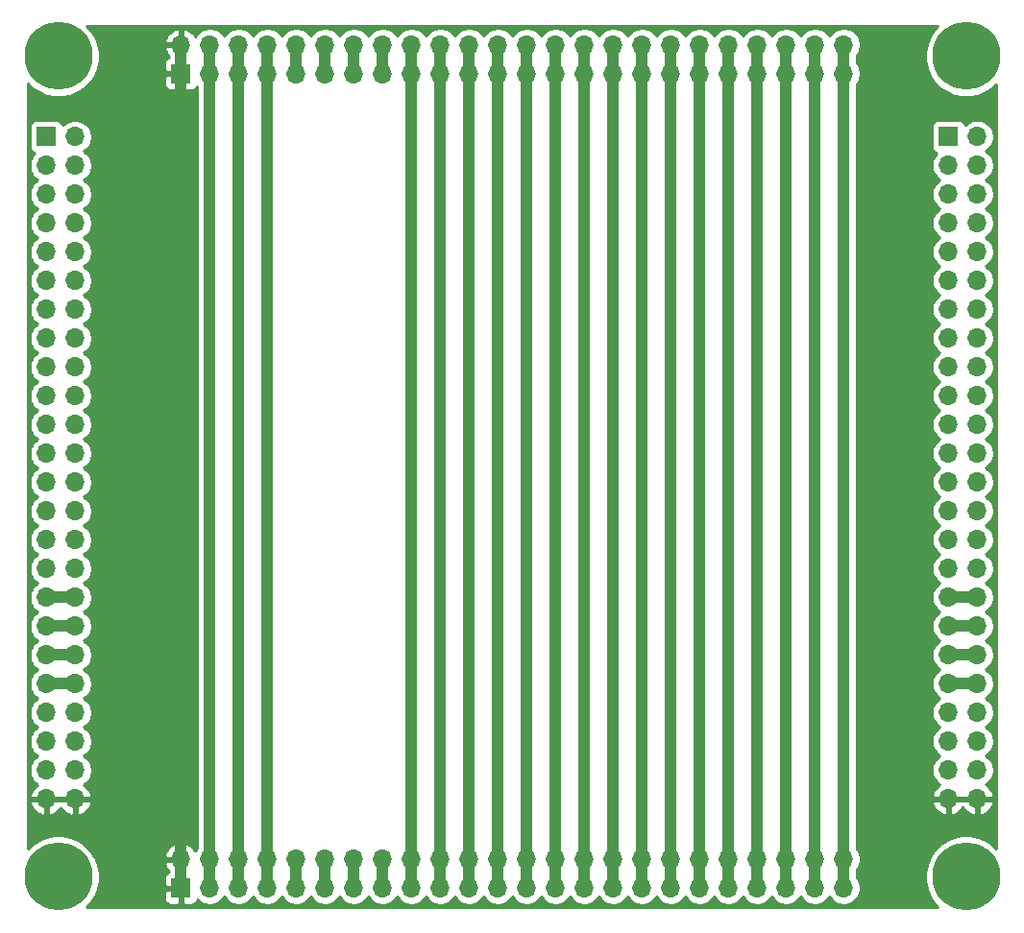
<source format=gbr>
%TF.GenerationSoftware,KiCad,Pcbnew,(5.1.10-1-10_14)*%
%TF.CreationDate,2021-09-15T12:17:34-04:00*%
%TF.ProjectId,prototype-bus-board,70726f74-6f74-4797-9065-2d6275732d62,rev?*%
%TF.SameCoordinates,Original*%
%TF.FileFunction,Copper,L1,Top*%
%TF.FilePolarity,Positive*%
%FSLAX46Y46*%
G04 Gerber Fmt 4.6, Leading zero omitted, Abs format (unit mm)*
G04 Created by KiCad (PCBNEW (5.1.10-1-10_14)) date 2021-09-15 12:17:34*
%MOMM*%
%LPD*%
G01*
G04 APERTURE LIST*
%TA.AperFunction,ComponentPad*%
%ADD10C,0.800000*%
%TD*%
%TA.AperFunction,ComponentPad*%
%ADD11C,6.000000*%
%TD*%
%TA.AperFunction,ComponentPad*%
%ADD12O,1.700000X1.700000*%
%TD*%
%TA.AperFunction,ComponentPad*%
%ADD13R,1.700000X1.700000*%
%TD*%
%TA.AperFunction,ViaPad*%
%ADD14C,0.800000*%
%TD*%
%TA.AperFunction,Conductor*%
%ADD15C,1.000000*%
%TD*%
%TA.AperFunction,Conductor*%
%ADD16C,0.254000*%
%TD*%
%TA.AperFunction,Conductor*%
%ADD17C,0.100000*%
%TD*%
G04 APERTURE END LIST*
D10*
%TO.P,REF\u002A\u002A,1*%
%TO.N,N/C*%
X181168990Y-57845010D03*
X179578000Y-57186000D03*
X177987010Y-57845010D03*
X177328000Y-59436000D03*
X177987010Y-61026990D03*
X179578000Y-61686000D03*
X181168990Y-61026990D03*
X181828000Y-59436000D03*
D11*
X179578000Y-59436000D03*
%TD*%
%TO.P,REF\u002A\u002A,1*%
%TO.N,N/C*%
X179578000Y-131826000D03*
D10*
X181828000Y-131826000D03*
X181168990Y-133416990D03*
X179578000Y-134076000D03*
X177987010Y-133416990D03*
X177328000Y-131826000D03*
X177987010Y-130235010D03*
X179578000Y-129576000D03*
X181168990Y-130235010D03*
%TD*%
%TO.P,REF\u002A\u002A,1*%
%TO.N,N/C*%
X261178990Y-130235010D03*
X259588000Y-129576000D03*
X257997010Y-130235010D03*
X257338000Y-131826000D03*
X257997010Y-133416990D03*
X259588000Y-134076000D03*
X261178990Y-133416990D03*
X261838000Y-131826000D03*
D11*
X259588000Y-131826000D03*
%TD*%
%TO.P,REF\u002A\u002A,1*%
%TO.N,N/C*%
X259588000Y-59436000D03*
D10*
X261838000Y-59436000D03*
X261178990Y-61026990D03*
X259588000Y-61686000D03*
X257997010Y-61026990D03*
X257338000Y-59436000D03*
X257997010Y-57845010D03*
X259588000Y-57186000D03*
X261178990Y-57845010D03*
%TD*%
D12*
%TO.P,J4,48*%
%TO.N,Net-(J1-Pad1)*%
X248800000Y-58430000D03*
%TO.P,J4,47*%
X248800000Y-60970000D03*
%TO.P,J4,46*%
%TO.N,Net-(J1-Pad3)*%
X246260000Y-58430000D03*
%TO.P,J4,45*%
X246260000Y-60970000D03*
%TO.P,J4,44*%
%TO.N,Net-(J1-Pad5)*%
X243720000Y-58430000D03*
%TO.P,J4,43*%
X243720000Y-60970000D03*
%TO.P,J4,42*%
%TO.N,Net-(J1-Pad7)*%
X241180000Y-58430000D03*
%TO.P,J4,41*%
X241180000Y-60970000D03*
%TO.P,J4,40*%
%TO.N,Net-(J1-Pad10)*%
X238640000Y-58430000D03*
%TO.P,J4,39*%
X238640000Y-60970000D03*
%TO.P,J4,38*%
%TO.N,Net-(J1-Pad11)*%
X236100000Y-58430000D03*
%TO.P,J4,37*%
X236100000Y-60970000D03*
%TO.P,J4,36*%
%TO.N,Net-(J1-Pad13)*%
X233560000Y-58430000D03*
%TO.P,J4,35*%
X233560000Y-60970000D03*
%TO.P,J4,34*%
%TO.N,Net-(J1-Pad15)*%
X231020000Y-58430000D03*
%TO.P,J4,33*%
X231020000Y-60970000D03*
%TO.P,J4,32*%
%TO.N,Net-(J1-Pad17)*%
X228480000Y-58430000D03*
%TO.P,J4,31*%
X228480000Y-60970000D03*
%TO.P,J4,30*%
%TO.N,Net-(J1-Pad19)*%
X225940000Y-58430000D03*
%TO.P,J4,29*%
X225940000Y-60970000D03*
%TO.P,J4,28*%
%TO.N,Net-(J1-Pad21)*%
X223400000Y-58430000D03*
%TO.P,J4,27*%
X223400000Y-60970000D03*
%TO.P,J4,26*%
%TO.N,Net-(J1-Pad23)*%
X220860000Y-58430000D03*
%TO.P,J4,25*%
X220860000Y-60970000D03*
%TO.P,J4,24*%
%TO.N,Net-(J1-Pad25)*%
X218320000Y-58430000D03*
%TO.P,J4,23*%
X218320000Y-60970000D03*
%TO.P,J4,22*%
%TO.N,Net-(J1-Pad27)*%
X215780000Y-58430000D03*
%TO.P,J4,21*%
X215780000Y-60970000D03*
%TO.P,J4,20*%
%TO.N,Net-(J1-Pad29)*%
X213240000Y-58430000D03*
%TO.P,J4,19*%
X213240000Y-60970000D03*
%TO.P,J4,18*%
%TO.N,Net-(J1-Pad31)*%
X210700000Y-58430000D03*
%TO.P,J4,17*%
X210700000Y-60970000D03*
%TO.P,J4,16*%
%TO.N,Net-(J4-Pad15)*%
X208160000Y-58430000D03*
%TO.P,J4,15*%
X208160000Y-60970000D03*
%TO.P,J4,14*%
%TO.N,Net-(J4-Pad13)*%
X205620000Y-58430000D03*
%TO.P,J4,13*%
X205620000Y-60970000D03*
%TO.P,J4,12*%
%TO.N,Net-(J4-Pad11)*%
X203080000Y-58430000D03*
%TO.P,J4,11*%
X203080000Y-60970000D03*
%TO.P,J4,10*%
%TO.N,Net-(J4-Pad10)*%
X200540000Y-58430000D03*
%TO.P,J4,9*%
X200540000Y-60970000D03*
%TO.P,J4,8*%
%TO.N,Net-(J1-Pad41)*%
X198000000Y-58430000D03*
%TO.P,J4,7*%
X198000000Y-60970000D03*
%TO.P,J4,6*%
%TO.N,Net-(J1-Pad43)*%
X195460000Y-58430000D03*
%TO.P,J4,5*%
X195460000Y-60970000D03*
%TO.P,J4,4*%
%TO.N,GND*%
X192920000Y-58430000D03*
%TO.P,J4,3*%
X192920000Y-60970000D03*
%TO.P,J4,2*%
%TO.N,VCC*%
X190380000Y-58430000D03*
D13*
%TO.P,J4,1*%
X190380000Y-60970000D03*
%TD*%
D12*
%TO.P,J3,48*%
%TO.N,Net-(J1-Pad1)*%
X248790000Y-130280000D03*
%TO.P,J3,47*%
X248790000Y-132820000D03*
%TO.P,J3,46*%
%TO.N,Net-(J1-Pad3)*%
X246250000Y-130280000D03*
%TO.P,J3,45*%
X246250000Y-132820000D03*
%TO.P,J3,44*%
%TO.N,Net-(J1-Pad5)*%
X243710000Y-130280000D03*
%TO.P,J3,43*%
X243710000Y-132820000D03*
%TO.P,J3,42*%
%TO.N,Net-(J1-Pad7)*%
X241170000Y-130280000D03*
%TO.P,J3,41*%
X241170000Y-132820000D03*
%TO.P,J3,40*%
%TO.N,Net-(J1-Pad10)*%
X238630000Y-130280000D03*
%TO.P,J3,39*%
X238630000Y-132820000D03*
%TO.P,J3,38*%
%TO.N,Net-(J1-Pad11)*%
X236090000Y-130280000D03*
%TO.P,J3,37*%
X236090000Y-132820000D03*
%TO.P,J3,36*%
%TO.N,Net-(J1-Pad13)*%
X233550000Y-130280000D03*
%TO.P,J3,35*%
X233550000Y-132820000D03*
%TO.P,J3,34*%
%TO.N,Net-(J1-Pad15)*%
X231010000Y-130280000D03*
%TO.P,J3,33*%
X231010000Y-132820000D03*
%TO.P,J3,32*%
%TO.N,Net-(J1-Pad17)*%
X228470000Y-130280000D03*
%TO.P,J3,31*%
X228470000Y-132820000D03*
%TO.P,J3,30*%
%TO.N,Net-(J1-Pad19)*%
X225930000Y-130280000D03*
%TO.P,J3,29*%
X225930000Y-132820000D03*
%TO.P,J3,28*%
%TO.N,Net-(J1-Pad21)*%
X223390000Y-130280000D03*
%TO.P,J3,27*%
X223390000Y-132820000D03*
%TO.P,J3,26*%
%TO.N,Net-(J1-Pad23)*%
X220850000Y-130280000D03*
%TO.P,J3,25*%
X220850000Y-132820000D03*
%TO.P,J3,24*%
%TO.N,Net-(J1-Pad25)*%
X218310000Y-130280000D03*
%TO.P,J3,23*%
X218310000Y-132820000D03*
%TO.P,J3,22*%
%TO.N,Net-(J1-Pad27)*%
X215770000Y-130280000D03*
%TO.P,J3,21*%
X215770000Y-132820000D03*
%TO.P,J3,20*%
%TO.N,Net-(J1-Pad29)*%
X213230000Y-130280000D03*
%TO.P,J3,19*%
X213230000Y-132820000D03*
%TO.P,J3,18*%
%TO.N,Net-(J1-Pad31)*%
X210690000Y-130280000D03*
%TO.P,J3,17*%
X210690000Y-132820000D03*
%TO.P,J3,16*%
%TO.N,Net-(J3-Pad15)*%
X208150000Y-130280000D03*
%TO.P,J3,15*%
X208150000Y-132820000D03*
%TO.P,J3,14*%
%TO.N,Net-(J3-Pad13)*%
X205610000Y-130280000D03*
%TO.P,J3,13*%
X205610000Y-132820000D03*
%TO.P,J3,12*%
%TO.N,Net-(J3-Pad11)*%
X203070000Y-130280000D03*
%TO.P,J3,11*%
X203070000Y-132820000D03*
%TO.P,J3,10*%
%TO.N,Net-(J3-Pad10)*%
X200530000Y-130280000D03*
%TO.P,J3,9*%
X200530000Y-132820000D03*
%TO.P,J3,8*%
%TO.N,Net-(J1-Pad41)*%
X197990000Y-130280000D03*
%TO.P,J3,7*%
X197990000Y-132820000D03*
%TO.P,J3,6*%
%TO.N,Net-(J1-Pad43)*%
X195450000Y-130280000D03*
%TO.P,J3,5*%
X195450000Y-132820000D03*
%TO.P,J3,4*%
%TO.N,GND*%
X192910000Y-130280000D03*
%TO.P,J3,3*%
X192910000Y-132820000D03*
%TO.P,J3,2*%
%TO.N,VCC*%
X190370000Y-130280000D03*
D13*
%TO.P,J3,1*%
X190370000Y-132820000D03*
%TD*%
D12*
%TO.P,J2,48*%
%TO.N,VCC*%
X260560000Y-124960000D03*
%TO.P,J2,47*%
X258020000Y-124960000D03*
%TO.P,J2,46*%
%TO.N,GND*%
X260560000Y-122420000D03*
%TO.P,J2,45*%
X258020000Y-122420000D03*
%TO.P,J2,44*%
%TO.N,Net-(J1-Pad43)*%
X260560000Y-119880000D03*
%TO.P,J2,43*%
X258020000Y-119880000D03*
%TO.P,J2,42*%
%TO.N,Net-(J1-Pad41)*%
X260560000Y-117340000D03*
%TO.P,J2,41*%
X258020000Y-117340000D03*
%TO.P,J2,40*%
%TO.N,Net-(J2-Pad39)*%
X260560000Y-114800000D03*
%TO.P,J2,39*%
X258020000Y-114800000D03*
%TO.P,J2,38*%
%TO.N,Net-(J2-Pad37)*%
X260560000Y-112260000D03*
%TO.P,J2,37*%
X258020000Y-112260000D03*
%TO.P,J2,36*%
%TO.N,Net-(J2-Pad35)*%
X260560000Y-109720000D03*
%TO.P,J2,35*%
X258020000Y-109720000D03*
%TO.P,J2,34*%
%TO.N,Net-(J2-Pad33)*%
X260560000Y-107180000D03*
%TO.P,J2,33*%
X258020000Y-107180000D03*
%TO.P,J2,32*%
%TO.N,Net-(J1-Pad31)*%
X260560000Y-104640000D03*
%TO.P,J2,31*%
X258020000Y-104640000D03*
%TO.P,J2,30*%
%TO.N,Net-(J1-Pad29)*%
X260560000Y-102100000D03*
%TO.P,J2,29*%
X258020000Y-102100000D03*
%TO.P,J2,28*%
%TO.N,Net-(J1-Pad27)*%
X260560000Y-99560000D03*
%TO.P,J2,27*%
X258020000Y-99560000D03*
%TO.P,J2,26*%
%TO.N,Net-(J1-Pad25)*%
X260560000Y-97020000D03*
%TO.P,J2,25*%
X258020000Y-97020000D03*
%TO.P,J2,24*%
%TO.N,Net-(J1-Pad23)*%
X260560000Y-94480000D03*
%TO.P,J2,23*%
X258020000Y-94480000D03*
%TO.P,J2,22*%
%TO.N,Net-(J1-Pad21)*%
X260560000Y-91940000D03*
%TO.P,J2,21*%
X258020000Y-91940000D03*
%TO.P,J2,20*%
%TO.N,Net-(J1-Pad19)*%
X260560000Y-89400000D03*
%TO.P,J2,19*%
X258020000Y-89400000D03*
%TO.P,J2,18*%
%TO.N,Net-(J1-Pad17)*%
X260560000Y-86860000D03*
%TO.P,J2,17*%
X258020000Y-86860000D03*
%TO.P,J2,16*%
%TO.N,Net-(J1-Pad15)*%
X260560000Y-84320000D03*
%TO.P,J2,15*%
X258020000Y-84320000D03*
%TO.P,J2,14*%
%TO.N,Net-(J1-Pad13)*%
X260560000Y-81780000D03*
%TO.P,J2,13*%
X258020000Y-81780000D03*
%TO.P,J2,12*%
%TO.N,Net-(J1-Pad11)*%
X260560000Y-79240000D03*
%TO.P,J2,11*%
X258020000Y-79240000D03*
%TO.P,J2,10*%
%TO.N,Net-(J1-Pad10)*%
X260560000Y-76700000D03*
%TO.P,J2,9*%
X258020000Y-76700000D03*
%TO.P,J2,8*%
%TO.N,Net-(J1-Pad7)*%
X260560000Y-74160000D03*
%TO.P,J2,7*%
X258020000Y-74160000D03*
%TO.P,J2,6*%
%TO.N,Net-(J1-Pad5)*%
X260560000Y-71620000D03*
%TO.P,J2,5*%
X258020000Y-71620000D03*
%TO.P,J2,4*%
%TO.N,Net-(J1-Pad3)*%
X260560000Y-69080000D03*
%TO.P,J2,3*%
X258020000Y-69080000D03*
%TO.P,J2,2*%
%TO.N,Net-(J1-Pad1)*%
X260560000Y-66540000D03*
D13*
%TO.P,J2,1*%
X258020000Y-66540000D03*
%TD*%
D12*
%TO.P,J1,48*%
%TO.N,VCC*%
X181038000Y-124974000D03*
%TO.P,J1,47*%
X178498000Y-124974000D03*
%TO.P,J1,46*%
%TO.N,GND*%
X181038000Y-122434000D03*
%TO.P,J1,45*%
X178498000Y-122434000D03*
%TO.P,J1,44*%
%TO.N,Net-(J1-Pad43)*%
X181038000Y-119894000D03*
%TO.P,J1,43*%
X178498000Y-119894000D03*
%TO.P,J1,42*%
%TO.N,Net-(J1-Pad41)*%
X181038000Y-117354000D03*
%TO.P,J1,41*%
X178498000Y-117354000D03*
%TO.P,J1,40*%
%TO.N,Net-(J1-Pad39)*%
X181038000Y-114814000D03*
%TO.P,J1,39*%
X178498000Y-114814000D03*
%TO.P,J1,38*%
%TO.N,Net-(J1-Pad37)*%
X181038000Y-112274000D03*
%TO.P,J1,37*%
X178498000Y-112274000D03*
%TO.P,J1,36*%
%TO.N,Net-(J1-Pad35)*%
X181038000Y-109734000D03*
%TO.P,J1,35*%
X178498000Y-109734000D03*
%TO.P,J1,34*%
%TO.N,Net-(J1-Pad33)*%
X181038000Y-107194000D03*
%TO.P,J1,33*%
X178498000Y-107194000D03*
%TO.P,J1,32*%
%TO.N,Net-(J1-Pad31)*%
X181038000Y-104654000D03*
%TO.P,J1,31*%
X178498000Y-104654000D03*
%TO.P,J1,30*%
%TO.N,Net-(J1-Pad29)*%
X181038000Y-102114000D03*
%TO.P,J1,29*%
X178498000Y-102114000D03*
%TO.P,J1,28*%
%TO.N,Net-(J1-Pad27)*%
X181038000Y-99574000D03*
%TO.P,J1,27*%
X178498000Y-99574000D03*
%TO.P,J1,26*%
%TO.N,Net-(J1-Pad25)*%
X181038000Y-97034000D03*
%TO.P,J1,25*%
X178498000Y-97034000D03*
%TO.P,J1,24*%
%TO.N,Net-(J1-Pad23)*%
X181038000Y-94494000D03*
%TO.P,J1,23*%
X178498000Y-94494000D03*
%TO.P,J1,22*%
%TO.N,Net-(J1-Pad21)*%
X181038000Y-91954000D03*
%TO.P,J1,21*%
X178498000Y-91954000D03*
%TO.P,J1,20*%
%TO.N,Net-(J1-Pad19)*%
X181038000Y-89414000D03*
%TO.P,J1,19*%
X178498000Y-89414000D03*
%TO.P,J1,18*%
%TO.N,Net-(J1-Pad17)*%
X181038000Y-86874000D03*
%TO.P,J1,17*%
X178498000Y-86874000D03*
%TO.P,J1,16*%
%TO.N,Net-(J1-Pad15)*%
X181038000Y-84334000D03*
%TO.P,J1,15*%
X178498000Y-84334000D03*
%TO.P,J1,14*%
%TO.N,Net-(J1-Pad13)*%
X181038000Y-81794000D03*
%TO.P,J1,13*%
X178498000Y-81794000D03*
%TO.P,J1,12*%
%TO.N,Net-(J1-Pad11)*%
X181038000Y-79254000D03*
%TO.P,J1,11*%
X178498000Y-79254000D03*
%TO.P,J1,10*%
%TO.N,Net-(J1-Pad10)*%
X181038000Y-76714000D03*
%TO.P,J1,9*%
X178498000Y-76714000D03*
%TO.P,J1,8*%
%TO.N,Net-(J1-Pad7)*%
X181038000Y-74174000D03*
%TO.P,J1,7*%
X178498000Y-74174000D03*
%TO.P,J1,6*%
%TO.N,Net-(J1-Pad5)*%
X181038000Y-71634000D03*
%TO.P,J1,5*%
X178498000Y-71634000D03*
%TO.P,J1,4*%
%TO.N,Net-(J1-Pad3)*%
X181038000Y-69094000D03*
%TO.P,J1,3*%
X178498000Y-69094000D03*
%TO.P,J1,2*%
%TO.N,Net-(J1-Pad1)*%
X181038000Y-66554000D03*
D13*
%TO.P,J1,1*%
X178498000Y-66554000D03*
%TD*%
D14*
%TO.N,Net-(J1-Pad43)*%
X195476000Y-119894000D03*
%TO.N,Net-(J1-Pad41)*%
X197990000Y-117350000D03*
%TO.N,Net-(J1-Pad31)*%
X210710000Y-104640000D03*
%TO.N,Net-(J1-Pad29)*%
X213230000Y-102090000D03*
%TO.N,Net-(J1-Pad27)*%
X215780000Y-99550000D03*
%TO.N,Net-(J1-Pad25)*%
X218310000Y-96930000D03*
%TO.N,Net-(J1-Pad23)*%
X220860000Y-94450000D03*
%TO.N,Net-(J1-Pad21)*%
X223390000Y-91900000D03*
%TO.N,Net-(J1-Pad19)*%
X225940000Y-89480000D03*
%TO.N,Net-(J1-Pad17)*%
X228506000Y-86874000D03*
%TO.N,Net-(J1-Pad15)*%
X231020000Y-84300000D03*
%TO.N,Net-(J1-Pad13)*%
X233550000Y-81850000D03*
%TO.N,Net-(J1-Pad11)*%
X236100000Y-79200000D03*
%TO.N,Net-(J1-Pad10)*%
X238630000Y-76710000D03*
%TO.N,Net-(J1-Pad7)*%
X241220000Y-74160000D03*
%TO.N,Net-(J1-Pad5)*%
X243710000Y-71710000D03*
%TO.N,Net-(J1-Pad3)*%
X246220000Y-69080000D03*
%TO.N,Net-(J1-Pad1)*%
X248790000Y-66510000D03*
%TO.N,VCC*%
X190380000Y-125070000D03*
%TO.N,GND*%
X192910000Y-122500000D03*
%TD*%
D15*
%TO.N,Net-(J1-Pad43)*%
X195460000Y-132810000D02*
X195450000Y-132820000D01*
X195460000Y-58430000D02*
X195460000Y-132810000D01*
%TO.N,Net-(J1-Pad41)*%
X197990000Y-58440000D02*
X198000000Y-58430000D01*
X197990000Y-132820000D02*
X197990000Y-117350000D01*
X197990000Y-117350000D02*
X197990000Y-58440000D01*
%TO.N,Net-(J1-Pad39)*%
X181038000Y-114814000D02*
X178498000Y-114814000D01*
%TO.N,Net-(J1-Pad37)*%
X178498000Y-112274000D02*
X181038000Y-112274000D01*
%TO.N,Net-(J1-Pad35)*%
X181038000Y-109734000D02*
X178498000Y-109734000D01*
%TO.N,Net-(J1-Pad33)*%
X178498000Y-107194000D02*
X181038000Y-107194000D01*
%TO.N,Net-(J1-Pad31)*%
X210700000Y-132810000D02*
X210690000Y-132820000D01*
X210700000Y-58430000D02*
X210700000Y-132810000D01*
%TO.N,Net-(J1-Pad29)*%
X213230000Y-58440000D02*
X213240000Y-58430000D01*
X213230000Y-132820000D02*
X213230000Y-102090000D01*
X213230000Y-102090000D02*
X213230000Y-58440000D01*
%TO.N,Net-(J1-Pad27)*%
X215780000Y-132810000D02*
X215770000Y-132820000D01*
X215780000Y-58430000D02*
X215780000Y-99550000D01*
X215780000Y-99550000D02*
X215780000Y-132810000D01*
%TO.N,Net-(J1-Pad25)*%
X218310000Y-58440000D02*
X218320000Y-58430000D01*
X218310000Y-132820000D02*
X218310000Y-96930000D01*
X218310000Y-96930000D02*
X218310000Y-58440000D01*
%TO.N,Net-(J1-Pad23)*%
X220860000Y-132810000D02*
X220850000Y-132820000D01*
X220860000Y-58430000D02*
X220860000Y-94450000D01*
X220860000Y-94450000D02*
X220860000Y-132810000D01*
%TO.N,Net-(J1-Pad21)*%
X223390000Y-58440000D02*
X223400000Y-58430000D01*
X223390000Y-132820000D02*
X223390000Y-91900000D01*
X223390000Y-91900000D02*
X223390000Y-58440000D01*
%TO.N,Net-(J1-Pad19)*%
X225940000Y-132810000D02*
X225930000Y-132820000D01*
X225940000Y-58430000D02*
X225940000Y-89480000D01*
X225940000Y-89480000D02*
X225940000Y-132810000D01*
%TO.N,Net-(J1-Pad17)*%
X228470000Y-58440000D02*
X228480000Y-58430000D01*
X228470000Y-132820000D02*
X228470000Y-58440000D01*
%TO.N,Net-(J1-Pad15)*%
X231010000Y-132594002D02*
X231010000Y-132820000D01*
X231020000Y-132584002D02*
X231010000Y-132594002D01*
X231020000Y-58430000D02*
X231020000Y-84300000D01*
X231020000Y-84300000D02*
X231020000Y-132584002D01*
%TO.N,Net-(J1-Pad13)*%
X233550000Y-58440000D02*
X233560000Y-58430000D01*
X233550000Y-132820000D02*
X233550000Y-81850000D01*
X233550000Y-81850000D02*
X233550000Y-58440000D01*
%TO.N,Net-(J1-Pad11)*%
X236100000Y-132810000D02*
X236090000Y-132820000D01*
X236100000Y-58430000D02*
X236100000Y-79200000D01*
X236100000Y-79200000D02*
X236100000Y-132810000D01*
%TO.N,Net-(J1-Pad10)*%
X238630000Y-58440000D02*
X238640000Y-58430000D01*
X238630000Y-132820000D02*
X238630000Y-76710000D01*
X238630000Y-76710000D02*
X238630000Y-58440000D01*
%TO.N,Net-(J1-Pad7)*%
X241180000Y-132810000D02*
X241170000Y-132820000D01*
X241180000Y-58430000D02*
X241180000Y-132810000D01*
%TO.N,Net-(J1-Pad5)*%
X243710000Y-58440000D02*
X243720000Y-58430000D01*
X243710000Y-132820000D02*
X243710000Y-71710000D01*
X243710000Y-71710000D02*
X243710000Y-58440000D01*
%TO.N,Net-(J1-Pad3)*%
X246260000Y-132810000D02*
X246250000Y-132820000D01*
X246260000Y-58430000D02*
X246260000Y-132810000D01*
%TO.N,Net-(J1-Pad1)*%
X248790000Y-58440000D02*
X248800000Y-58430000D01*
X248790000Y-132820000D02*
X248790000Y-66510000D01*
X248790000Y-66510000D02*
X248790000Y-58440000D01*
%TO.N,Net-(J2-Pad39)*%
X260560000Y-114800000D02*
X258020000Y-114800000D01*
%TO.N,Net-(J2-Pad37)*%
X258020000Y-112260000D02*
X260560000Y-112260000D01*
%TO.N,Net-(J2-Pad35)*%
X260560000Y-109720000D02*
X258020000Y-109720000D01*
%TO.N,Net-(J2-Pad33)*%
X258020000Y-107180000D02*
X260560000Y-107180000D01*
%TO.N,Net-(J3-Pad15)*%
X208150000Y-132820000D02*
X208150000Y-130280000D01*
%TO.N,Net-(J3-Pad13)*%
X205610000Y-130280000D02*
X205610000Y-132820000D01*
%TO.N,Net-(J3-Pad11)*%
X203070000Y-132820000D02*
X203070000Y-130280000D01*
%TO.N,Net-(J3-Pad10)*%
X200530000Y-130280000D02*
X200530000Y-132820000D01*
%TO.N,Net-(J4-Pad15)*%
X208160000Y-60970000D02*
X208160000Y-58430000D01*
%TO.N,Net-(J4-Pad13)*%
X205620000Y-58430000D02*
X205620000Y-60970000D01*
%TO.N,Net-(J4-Pad11)*%
X203080000Y-60970000D02*
X203080000Y-58430000D01*
%TO.N,Net-(J4-Pad10)*%
X200540000Y-58430000D02*
X200540000Y-60970000D01*
%TO.N,VCC*%
X190380000Y-132810000D02*
X190370000Y-132820000D01*
X190380000Y-58430000D02*
X190380000Y-125070000D01*
X190380000Y-125070000D02*
X190380000Y-132810000D01*
%TO.N,GND*%
X192910000Y-58440000D02*
X192920000Y-58430000D01*
X192910000Y-132820000D02*
X192910000Y-122500000D01*
X192910000Y-122500000D02*
X192910000Y-58440000D01*
%TD*%
D16*
%TO.N,VCC*%
X256764511Y-57118823D02*
X256366705Y-57714182D01*
X256092691Y-58375710D01*
X255953000Y-59077984D01*
X255953000Y-59794016D01*
X256092691Y-60496290D01*
X256366705Y-61157818D01*
X256764511Y-61753177D01*
X257270823Y-62259489D01*
X257866182Y-62657295D01*
X258527710Y-62931309D01*
X259229984Y-63071000D01*
X259946016Y-63071000D01*
X260648290Y-62931309D01*
X261309818Y-62657295D01*
X261905177Y-62259489D01*
X262230000Y-61934666D01*
X262230001Y-129327335D01*
X261905177Y-129002511D01*
X261309818Y-128604705D01*
X260648290Y-128330691D01*
X259946016Y-128191000D01*
X259229984Y-128191000D01*
X258527710Y-128330691D01*
X257866182Y-128604705D01*
X257270823Y-129002511D01*
X256764511Y-129508823D01*
X256366705Y-130104182D01*
X256092691Y-130765710D01*
X255953000Y-131467984D01*
X255953000Y-132184016D01*
X256092691Y-132886290D01*
X256366705Y-133547818D01*
X256764511Y-134143177D01*
X257089334Y-134468000D01*
X182076666Y-134468000D01*
X182401489Y-134143177D01*
X182717655Y-133670000D01*
X188881928Y-133670000D01*
X188894188Y-133794482D01*
X188930498Y-133914180D01*
X188989463Y-134024494D01*
X189068815Y-134121185D01*
X189165506Y-134200537D01*
X189275820Y-134259502D01*
X189395518Y-134295812D01*
X189520000Y-134308072D01*
X190084250Y-134305000D01*
X190243000Y-134146250D01*
X190243000Y-132947000D01*
X189043750Y-132947000D01*
X188885000Y-133105750D01*
X188881928Y-133670000D01*
X182717655Y-133670000D01*
X182799295Y-133547818D01*
X183073309Y-132886290D01*
X183213000Y-132184016D01*
X183213000Y-131970000D01*
X188881928Y-131970000D01*
X188885000Y-132534250D01*
X189043750Y-132693000D01*
X190243000Y-132693000D01*
X190243000Y-130407000D01*
X189049186Y-130407000D01*
X188928519Y-130636891D01*
X189025843Y-130911252D01*
X189174822Y-131161355D01*
X189351626Y-131357502D01*
X189275820Y-131380498D01*
X189165506Y-131439463D01*
X189068815Y-131518815D01*
X188989463Y-131615506D01*
X188930498Y-131725820D01*
X188894188Y-131845518D01*
X188881928Y-131970000D01*
X183213000Y-131970000D01*
X183213000Y-131467984D01*
X183073309Y-130765710D01*
X182799295Y-130104182D01*
X182678306Y-129923109D01*
X188928519Y-129923109D01*
X189049186Y-130153000D01*
X190243000Y-130153000D01*
X190243000Y-128959845D01*
X190497000Y-128959845D01*
X190497000Y-130153000D01*
X190517000Y-130153000D01*
X190517000Y-130407000D01*
X190497000Y-130407000D01*
X190497000Y-132693000D01*
X190517000Y-132693000D01*
X190517000Y-132947000D01*
X190497000Y-132947000D01*
X190497000Y-134146250D01*
X190655750Y-134305000D01*
X191220000Y-134308072D01*
X191344482Y-134295812D01*
X191464180Y-134259502D01*
X191574494Y-134200537D01*
X191671185Y-134121185D01*
X191750537Y-134024494D01*
X191809502Y-133914180D01*
X191831513Y-133841620D01*
X191963368Y-133973475D01*
X192206589Y-134135990D01*
X192476842Y-134247932D01*
X192763740Y-134305000D01*
X193056260Y-134305000D01*
X193343158Y-134247932D01*
X193613411Y-134135990D01*
X193856632Y-133973475D01*
X194063475Y-133766632D01*
X194180000Y-133592240D01*
X194296525Y-133766632D01*
X194503368Y-133973475D01*
X194746589Y-134135990D01*
X195016842Y-134247932D01*
X195303740Y-134305000D01*
X195596260Y-134305000D01*
X195883158Y-134247932D01*
X196153411Y-134135990D01*
X196396632Y-133973475D01*
X196603475Y-133766632D01*
X196720000Y-133592240D01*
X196836525Y-133766632D01*
X197043368Y-133973475D01*
X197286589Y-134135990D01*
X197556842Y-134247932D01*
X197843740Y-134305000D01*
X198136260Y-134305000D01*
X198423158Y-134247932D01*
X198693411Y-134135990D01*
X198936632Y-133973475D01*
X199143475Y-133766632D01*
X199260000Y-133592240D01*
X199376525Y-133766632D01*
X199583368Y-133973475D01*
X199826589Y-134135990D01*
X200096842Y-134247932D01*
X200383740Y-134305000D01*
X200676260Y-134305000D01*
X200963158Y-134247932D01*
X201233411Y-134135990D01*
X201476632Y-133973475D01*
X201683475Y-133766632D01*
X201800000Y-133592240D01*
X201916525Y-133766632D01*
X202123368Y-133973475D01*
X202366589Y-134135990D01*
X202636842Y-134247932D01*
X202923740Y-134305000D01*
X203216260Y-134305000D01*
X203503158Y-134247932D01*
X203773411Y-134135990D01*
X204016632Y-133973475D01*
X204223475Y-133766632D01*
X204340000Y-133592240D01*
X204456525Y-133766632D01*
X204663368Y-133973475D01*
X204906589Y-134135990D01*
X205176842Y-134247932D01*
X205463740Y-134305000D01*
X205756260Y-134305000D01*
X206043158Y-134247932D01*
X206313411Y-134135990D01*
X206556632Y-133973475D01*
X206763475Y-133766632D01*
X206880000Y-133592240D01*
X206996525Y-133766632D01*
X207203368Y-133973475D01*
X207446589Y-134135990D01*
X207716842Y-134247932D01*
X208003740Y-134305000D01*
X208296260Y-134305000D01*
X208583158Y-134247932D01*
X208853411Y-134135990D01*
X209096632Y-133973475D01*
X209303475Y-133766632D01*
X209420000Y-133592240D01*
X209536525Y-133766632D01*
X209743368Y-133973475D01*
X209986589Y-134135990D01*
X210256842Y-134247932D01*
X210543740Y-134305000D01*
X210836260Y-134305000D01*
X211123158Y-134247932D01*
X211393411Y-134135990D01*
X211636632Y-133973475D01*
X211843475Y-133766632D01*
X211960000Y-133592240D01*
X212076525Y-133766632D01*
X212283368Y-133973475D01*
X212526589Y-134135990D01*
X212796842Y-134247932D01*
X213083740Y-134305000D01*
X213376260Y-134305000D01*
X213663158Y-134247932D01*
X213933411Y-134135990D01*
X214176632Y-133973475D01*
X214383475Y-133766632D01*
X214500000Y-133592240D01*
X214616525Y-133766632D01*
X214823368Y-133973475D01*
X215066589Y-134135990D01*
X215336842Y-134247932D01*
X215623740Y-134305000D01*
X215916260Y-134305000D01*
X216203158Y-134247932D01*
X216473411Y-134135990D01*
X216716632Y-133973475D01*
X216923475Y-133766632D01*
X217040000Y-133592240D01*
X217156525Y-133766632D01*
X217363368Y-133973475D01*
X217606589Y-134135990D01*
X217876842Y-134247932D01*
X218163740Y-134305000D01*
X218456260Y-134305000D01*
X218743158Y-134247932D01*
X219013411Y-134135990D01*
X219256632Y-133973475D01*
X219463475Y-133766632D01*
X219580000Y-133592240D01*
X219696525Y-133766632D01*
X219903368Y-133973475D01*
X220146589Y-134135990D01*
X220416842Y-134247932D01*
X220703740Y-134305000D01*
X220996260Y-134305000D01*
X221283158Y-134247932D01*
X221553411Y-134135990D01*
X221796632Y-133973475D01*
X222003475Y-133766632D01*
X222120000Y-133592240D01*
X222236525Y-133766632D01*
X222443368Y-133973475D01*
X222686589Y-134135990D01*
X222956842Y-134247932D01*
X223243740Y-134305000D01*
X223536260Y-134305000D01*
X223823158Y-134247932D01*
X224093411Y-134135990D01*
X224336632Y-133973475D01*
X224543475Y-133766632D01*
X224660000Y-133592240D01*
X224776525Y-133766632D01*
X224983368Y-133973475D01*
X225226589Y-134135990D01*
X225496842Y-134247932D01*
X225783740Y-134305000D01*
X226076260Y-134305000D01*
X226363158Y-134247932D01*
X226633411Y-134135990D01*
X226876632Y-133973475D01*
X227083475Y-133766632D01*
X227200000Y-133592240D01*
X227316525Y-133766632D01*
X227523368Y-133973475D01*
X227766589Y-134135990D01*
X228036842Y-134247932D01*
X228323740Y-134305000D01*
X228616260Y-134305000D01*
X228903158Y-134247932D01*
X229173411Y-134135990D01*
X229416632Y-133973475D01*
X229623475Y-133766632D01*
X229740000Y-133592240D01*
X229856525Y-133766632D01*
X230063368Y-133973475D01*
X230306589Y-134135990D01*
X230576842Y-134247932D01*
X230863740Y-134305000D01*
X231156260Y-134305000D01*
X231443158Y-134247932D01*
X231713411Y-134135990D01*
X231956632Y-133973475D01*
X232163475Y-133766632D01*
X232280000Y-133592240D01*
X232396525Y-133766632D01*
X232603368Y-133973475D01*
X232846589Y-134135990D01*
X233116842Y-134247932D01*
X233403740Y-134305000D01*
X233696260Y-134305000D01*
X233983158Y-134247932D01*
X234253411Y-134135990D01*
X234496632Y-133973475D01*
X234703475Y-133766632D01*
X234820000Y-133592240D01*
X234936525Y-133766632D01*
X235143368Y-133973475D01*
X235386589Y-134135990D01*
X235656842Y-134247932D01*
X235943740Y-134305000D01*
X236236260Y-134305000D01*
X236523158Y-134247932D01*
X236793411Y-134135990D01*
X237036632Y-133973475D01*
X237243475Y-133766632D01*
X237360000Y-133592240D01*
X237476525Y-133766632D01*
X237683368Y-133973475D01*
X237926589Y-134135990D01*
X238196842Y-134247932D01*
X238483740Y-134305000D01*
X238776260Y-134305000D01*
X239063158Y-134247932D01*
X239333411Y-134135990D01*
X239576632Y-133973475D01*
X239783475Y-133766632D01*
X239900000Y-133592240D01*
X240016525Y-133766632D01*
X240223368Y-133973475D01*
X240466589Y-134135990D01*
X240736842Y-134247932D01*
X241023740Y-134305000D01*
X241316260Y-134305000D01*
X241603158Y-134247932D01*
X241873411Y-134135990D01*
X242116632Y-133973475D01*
X242323475Y-133766632D01*
X242440000Y-133592240D01*
X242556525Y-133766632D01*
X242763368Y-133973475D01*
X243006589Y-134135990D01*
X243276842Y-134247932D01*
X243563740Y-134305000D01*
X243856260Y-134305000D01*
X244143158Y-134247932D01*
X244413411Y-134135990D01*
X244656632Y-133973475D01*
X244863475Y-133766632D01*
X244980000Y-133592240D01*
X245096525Y-133766632D01*
X245303368Y-133973475D01*
X245546589Y-134135990D01*
X245816842Y-134247932D01*
X246103740Y-134305000D01*
X246396260Y-134305000D01*
X246683158Y-134247932D01*
X246953411Y-134135990D01*
X247196632Y-133973475D01*
X247403475Y-133766632D01*
X247520000Y-133592240D01*
X247636525Y-133766632D01*
X247843368Y-133973475D01*
X248086589Y-134135990D01*
X248356842Y-134247932D01*
X248643740Y-134305000D01*
X248936260Y-134305000D01*
X249223158Y-134247932D01*
X249493411Y-134135990D01*
X249736632Y-133973475D01*
X249943475Y-133766632D01*
X250105990Y-133523411D01*
X250217932Y-133253158D01*
X250275000Y-132966260D01*
X250275000Y-132673740D01*
X250217932Y-132386842D01*
X250105990Y-132116589D01*
X249943475Y-131873368D01*
X249925000Y-131854893D01*
X249925000Y-131245107D01*
X249943475Y-131226632D01*
X250105990Y-130983411D01*
X250217932Y-130713158D01*
X250275000Y-130426260D01*
X250275000Y-130133740D01*
X250217932Y-129846842D01*
X250105990Y-129576589D01*
X249943475Y-129333368D01*
X249925000Y-129314893D01*
X249925000Y-125316890D01*
X256578524Y-125316890D01*
X256623175Y-125464099D01*
X256748359Y-125726920D01*
X256922412Y-125960269D01*
X257138645Y-126155178D01*
X257388748Y-126304157D01*
X257663109Y-126401481D01*
X257893000Y-126280814D01*
X257893000Y-125087000D01*
X258147000Y-125087000D01*
X258147000Y-126280814D01*
X258376891Y-126401481D01*
X258651252Y-126304157D01*
X258901355Y-126155178D01*
X259117588Y-125960269D01*
X259290000Y-125729120D01*
X259462412Y-125960269D01*
X259678645Y-126155178D01*
X259928748Y-126304157D01*
X260203109Y-126401481D01*
X260433000Y-126280814D01*
X260433000Y-125087000D01*
X260687000Y-125087000D01*
X260687000Y-126280814D01*
X260916891Y-126401481D01*
X261191252Y-126304157D01*
X261441355Y-126155178D01*
X261657588Y-125960269D01*
X261831641Y-125726920D01*
X261956825Y-125464099D01*
X262001476Y-125316890D01*
X261880155Y-125087000D01*
X260687000Y-125087000D01*
X260433000Y-125087000D01*
X258147000Y-125087000D01*
X257893000Y-125087000D01*
X256699845Y-125087000D01*
X256578524Y-125316890D01*
X249925000Y-125316890D01*
X249925000Y-65690000D01*
X256531928Y-65690000D01*
X256531928Y-67390000D01*
X256544188Y-67514482D01*
X256580498Y-67634180D01*
X256639463Y-67744494D01*
X256718815Y-67841185D01*
X256815506Y-67920537D01*
X256925820Y-67979502D01*
X256998380Y-68001513D01*
X256866525Y-68133368D01*
X256704010Y-68376589D01*
X256592068Y-68646842D01*
X256535000Y-68933740D01*
X256535000Y-69226260D01*
X256592068Y-69513158D01*
X256704010Y-69783411D01*
X256866525Y-70026632D01*
X257073368Y-70233475D01*
X257247760Y-70350000D01*
X257073368Y-70466525D01*
X256866525Y-70673368D01*
X256704010Y-70916589D01*
X256592068Y-71186842D01*
X256535000Y-71473740D01*
X256535000Y-71766260D01*
X256592068Y-72053158D01*
X256704010Y-72323411D01*
X256866525Y-72566632D01*
X257073368Y-72773475D01*
X257247760Y-72890000D01*
X257073368Y-73006525D01*
X256866525Y-73213368D01*
X256704010Y-73456589D01*
X256592068Y-73726842D01*
X256535000Y-74013740D01*
X256535000Y-74306260D01*
X256592068Y-74593158D01*
X256704010Y-74863411D01*
X256866525Y-75106632D01*
X257073368Y-75313475D01*
X257247760Y-75430000D01*
X257073368Y-75546525D01*
X256866525Y-75753368D01*
X256704010Y-75996589D01*
X256592068Y-76266842D01*
X256535000Y-76553740D01*
X256535000Y-76846260D01*
X256592068Y-77133158D01*
X256704010Y-77403411D01*
X256866525Y-77646632D01*
X257073368Y-77853475D01*
X257247760Y-77970000D01*
X257073368Y-78086525D01*
X256866525Y-78293368D01*
X256704010Y-78536589D01*
X256592068Y-78806842D01*
X256535000Y-79093740D01*
X256535000Y-79386260D01*
X256592068Y-79673158D01*
X256704010Y-79943411D01*
X256866525Y-80186632D01*
X257073368Y-80393475D01*
X257247760Y-80510000D01*
X257073368Y-80626525D01*
X256866525Y-80833368D01*
X256704010Y-81076589D01*
X256592068Y-81346842D01*
X256535000Y-81633740D01*
X256535000Y-81926260D01*
X256592068Y-82213158D01*
X256704010Y-82483411D01*
X256866525Y-82726632D01*
X257073368Y-82933475D01*
X257247760Y-83050000D01*
X257073368Y-83166525D01*
X256866525Y-83373368D01*
X256704010Y-83616589D01*
X256592068Y-83886842D01*
X256535000Y-84173740D01*
X256535000Y-84466260D01*
X256592068Y-84753158D01*
X256704010Y-85023411D01*
X256866525Y-85266632D01*
X257073368Y-85473475D01*
X257247760Y-85590000D01*
X257073368Y-85706525D01*
X256866525Y-85913368D01*
X256704010Y-86156589D01*
X256592068Y-86426842D01*
X256535000Y-86713740D01*
X256535000Y-87006260D01*
X256592068Y-87293158D01*
X256704010Y-87563411D01*
X256866525Y-87806632D01*
X257073368Y-88013475D01*
X257247760Y-88130000D01*
X257073368Y-88246525D01*
X256866525Y-88453368D01*
X256704010Y-88696589D01*
X256592068Y-88966842D01*
X256535000Y-89253740D01*
X256535000Y-89546260D01*
X256592068Y-89833158D01*
X256704010Y-90103411D01*
X256866525Y-90346632D01*
X257073368Y-90553475D01*
X257247760Y-90670000D01*
X257073368Y-90786525D01*
X256866525Y-90993368D01*
X256704010Y-91236589D01*
X256592068Y-91506842D01*
X256535000Y-91793740D01*
X256535000Y-92086260D01*
X256592068Y-92373158D01*
X256704010Y-92643411D01*
X256866525Y-92886632D01*
X257073368Y-93093475D01*
X257247760Y-93210000D01*
X257073368Y-93326525D01*
X256866525Y-93533368D01*
X256704010Y-93776589D01*
X256592068Y-94046842D01*
X256535000Y-94333740D01*
X256535000Y-94626260D01*
X256592068Y-94913158D01*
X256704010Y-95183411D01*
X256866525Y-95426632D01*
X257073368Y-95633475D01*
X257247760Y-95750000D01*
X257073368Y-95866525D01*
X256866525Y-96073368D01*
X256704010Y-96316589D01*
X256592068Y-96586842D01*
X256535000Y-96873740D01*
X256535000Y-97166260D01*
X256592068Y-97453158D01*
X256704010Y-97723411D01*
X256866525Y-97966632D01*
X257073368Y-98173475D01*
X257247760Y-98290000D01*
X257073368Y-98406525D01*
X256866525Y-98613368D01*
X256704010Y-98856589D01*
X256592068Y-99126842D01*
X256535000Y-99413740D01*
X256535000Y-99706260D01*
X256592068Y-99993158D01*
X256704010Y-100263411D01*
X256866525Y-100506632D01*
X257073368Y-100713475D01*
X257247760Y-100830000D01*
X257073368Y-100946525D01*
X256866525Y-101153368D01*
X256704010Y-101396589D01*
X256592068Y-101666842D01*
X256535000Y-101953740D01*
X256535000Y-102246260D01*
X256592068Y-102533158D01*
X256704010Y-102803411D01*
X256866525Y-103046632D01*
X257073368Y-103253475D01*
X257247760Y-103370000D01*
X257073368Y-103486525D01*
X256866525Y-103693368D01*
X256704010Y-103936589D01*
X256592068Y-104206842D01*
X256535000Y-104493740D01*
X256535000Y-104786260D01*
X256592068Y-105073158D01*
X256704010Y-105343411D01*
X256866525Y-105586632D01*
X257073368Y-105793475D01*
X257247760Y-105910000D01*
X257073368Y-106026525D01*
X256866525Y-106233368D01*
X256704010Y-106476589D01*
X256592068Y-106746842D01*
X256535000Y-107033740D01*
X256535000Y-107326260D01*
X256592068Y-107613158D01*
X256704010Y-107883411D01*
X256866525Y-108126632D01*
X257073368Y-108333475D01*
X257247760Y-108450000D01*
X257073368Y-108566525D01*
X256866525Y-108773368D01*
X256704010Y-109016589D01*
X256592068Y-109286842D01*
X256535000Y-109573740D01*
X256535000Y-109866260D01*
X256592068Y-110153158D01*
X256704010Y-110423411D01*
X256866525Y-110666632D01*
X257073368Y-110873475D01*
X257247760Y-110990000D01*
X257073368Y-111106525D01*
X256866525Y-111313368D01*
X256704010Y-111556589D01*
X256592068Y-111826842D01*
X256535000Y-112113740D01*
X256535000Y-112406260D01*
X256592068Y-112693158D01*
X256704010Y-112963411D01*
X256866525Y-113206632D01*
X257073368Y-113413475D01*
X257247760Y-113530000D01*
X257073368Y-113646525D01*
X256866525Y-113853368D01*
X256704010Y-114096589D01*
X256592068Y-114366842D01*
X256535000Y-114653740D01*
X256535000Y-114946260D01*
X256592068Y-115233158D01*
X256704010Y-115503411D01*
X256866525Y-115746632D01*
X257073368Y-115953475D01*
X257247760Y-116070000D01*
X257073368Y-116186525D01*
X256866525Y-116393368D01*
X256704010Y-116636589D01*
X256592068Y-116906842D01*
X256535000Y-117193740D01*
X256535000Y-117486260D01*
X256592068Y-117773158D01*
X256704010Y-118043411D01*
X256866525Y-118286632D01*
X257073368Y-118493475D01*
X257247760Y-118610000D01*
X257073368Y-118726525D01*
X256866525Y-118933368D01*
X256704010Y-119176589D01*
X256592068Y-119446842D01*
X256535000Y-119733740D01*
X256535000Y-120026260D01*
X256592068Y-120313158D01*
X256704010Y-120583411D01*
X256866525Y-120826632D01*
X257073368Y-121033475D01*
X257247760Y-121150000D01*
X257073368Y-121266525D01*
X256866525Y-121473368D01*
X256704010Y-121716589D01*
X256592068Y-121986842D01*
X256535000Y-122273740D01*
X256535000Y-122566260D01*
X256592068Y-122853158D01*
X256704010Y-123123411D01*
X256866525Y-123366632D01*
X257073368Y-123573475D01*
X257255534Y-123695195D01*
X257138645Y-123764822D01*
X256922412Y-123959731D01*
X256748359Y-124193080D01*
X256623175Y-124455901D01*
X256578524Y-124603110D01*
X256699845Y-124833000D01*
X257893000Y-124833000D01*
X257893000Y-124813000D01*
X258147000Y-124813000D01*
X258147000Y-124833000D01*
X260433000Y-124833000D01*
X260433000Y-124813000D01*
X260687000Y-124813000D01*
X260687000Y-124833000D01*
X261880155Y-124833000D01*
X262001476Y-124603110D01*
X261956825Y-124455901D01*
X261831641Y-124193080D01*
X261657588Y-123959731D01*
X261441355Y-123764822D01*
X261324466Y-123695195D01*
X261506632Y-123573475D01*
X261713475Y-123366632D01*
X261875990Y-123123411D01*
X261987932Y-122853158D01*
X262045000Y-122566260D01*
X262045000Y-122273740D01*
X261987932Y-121986842D01*
X261875990Y-121716589D01*
X261713475Y-121473368D01*
X261506632Y-121266525D01*
X261332240Y-121150000D01*
X261506632Y-121033475D01*
X261713475Y-120826632D01*
X261875990Y-120583411D01*
X261987932Y-120313158D01*
X262045000Y-120026260D01*
X262045000Y-119733740D01*
X261987932Y-119446842D01*
X261875990Y-119176589D01*
X261713475Y-118933368D01*
X261506632Y-118726525D01*
X261332240Y-118610000D01*
X261506632Y-118493475D01*
X261713475Y-118286632D01*
X261875990Y-118043411D01*
X261987932Y-117773158D01*
X262045000Y-117486260D01*
X262045000Y-117193740D01*
X261987932Y-116906842D01*
X261875990Y-116636589D01*
X261713475Y-116393368D01*
X261506632Y-116186525D01*
X261332240Y-116070000D01*
X261506632Y-115953475D01*
X261713475Y-115746632D01*
X261875990Y-115503411D01*
X261987932Y-115233158D01*
X262045000Y-114946260D01*
X262045000Y-114653740D01*
X261987932Y-114366842D01*
X261875990Y-114096589D01*
X261713475Y-113853368D01*
X261506632Y-113646525D01*
X261332240Y-113530000D01*
X261506632Y-113413475D01*
X261713475Y-113206632D01*
X261875990Y-112963411D01*
X261987932Y-112693158D01*
X262045000Y-112406260D01*
X262045000Y-112113740D01*
X261987932Y-111826842D01*
X261875990Y-111556589D01*
X261713475Y-111313368D01*
X261506632Y-111106525D01*
X261332240Y-110990000D01*
X261506632Y-110873475D01*
X261713475Y-110666632D01*
X261875990Y-110423411D01*
X261987932Y-110153158D01*
X262045000Y-109866260D01*
X262045000Y-109573740D01*
X261987932Y-109286842D01*
X261875990Y-109016589D01*
X261713475Y-108773368D01*
X261506632Y-108566525D01*
X261332240Y-108450000D01*
X261506632Y-108333475D01*
X261713475Y-108126632D01*
X261875990Y-107883411D01*
X261987932Y-107613158D01*
X262045000Y-107326260D01*
X262045000Y-107033740D01*
X261987932Y-106746842D01*
X261875990Y-106476589D01*
X261713475Y-106233368D01*
X261506632Y-106026525D01*
X261332240Y-105910000D01*
X261506632Y-105793475D01*
X261713475Y-105586632D01*
X261875990Y-105343411D01*
X261987932Y-105073158D01*
X262045000Y-104786260D01*
X262045000Y-104493740D01*
X261987932Y-104206842D01*
X261875990Y-103936589D01*
X261713475Y-103693368D01*
X261506632Y-103486525D01*
X261332240Y-103370000D01*
X261506632Y-103253475D01*
X261713475Y-103046632D01*
X261875990Y-102803411D01*
X261987932Y-102533158D01*
X262045000Y-102246260D01*
X262045000Y-101953740D01*
X261987932Y-101666842D01*
X261875990Y-101396589D01*
X261713475Y-101153368D01*
X261506632Y-100946525D01*
X261332240Y-100830000D01*
X261506632Y-100713475D01*
X261713475Y-100506632D01*
X261875990Y-100263411D01*
X261987932Y-99993158D01*
X262045000Y-99706260D01*
X262045000Y-99413740D01*
X261987932Y-99126842D01*
X261875990Y-98856589D01*
X261713475Y-98613368D01*
X261506632Y-98406525D01*
X261332240Y-98290000D01*
X261506632Y-98173475D01*
X261713475Y-97966632D01*
X261875990Y-97723411D01*
X261987932Y-97453158D01*
X262045000Y-97166260D01*
X262045000Y-96873740D01*
X261987932Y-96586842D01*
X261875990Y-96316589D01*
X261713475Y-96073368D01*
X261506632Y-95866525D01*
X261332240Y-95750000D01*
X261506632Y-95633475D01*
X261713475Y-95426632D01*
X261875990Y-95183411D01*
X261987932Y-94913158D01*
X262045000Y-94626260D01*
X262045000Y-94333740D01*
X261987932Y-94046842D01*
X261875990Y-93776589D01*
X261713475Y-93533368D01*
X261506632Y-93326525D01*
X261332240Y-93210000D01*
X261506632Y-93093475D01*
X261713475Y-92886632D01*
X261875990Y-92643411D01*
X261987932Y-92373158D01*
X262045000Y-92086260D01*
X262045000Y-91793740D01*
X261987932Y-91506842D01*
X261875990Y-91236589D01*
X261713475Y-90993368D01*
X261506632Y-90786525D01*
X261332240Y-90670000D01*
X261506632Y-90553475D01*
X261713475Y-90346632D01*
X261875990Y-90103411D01*
X261987932Y-89833158D01*
X262045000Y-89546260D01*
X262045000Y-89253740D01*
X261987932Y-88966842D01*
X261875990Y-88696589D01*
X261713475Y-88453368D01*
X261506632Y-88246525D01*
X261332240Y-88130000D01*
X261506632Y-88013475D01*
X261713475Y-87806632D01*
X261875990Y-87563411D01*
X261987932Y-87293158D01*
X262045000Y-87006260D01*
X262045000Y-86713740D01*
X261987932Y-86426842D01*
X261875990Y-86156589D01*
X261713475Y-85913368D01*
X261506632Y-85706525D01*
X261332240Y-85590000D01*
X261506632Y-85473475D01*
X261713475Y-85266632D01*
X261875990Y-85023411D01*
X261987932Y-84753158D01*
X262045000Y-84466260D01*
X262045000Y-84173740D01*
X261987932Y-83886842D01*
X261875990Y-83616589D01*
X261713475Y-83373368D01*
X261506632Y-83166525D01*
X261332240Y-83050000D01*
X261506632Y-82933475D01*
X261713475Y-82726632D01*
X261875990Y-82483411D01*
X261987932Y-82213158D01*
X262045000Y-81926260D01*
X262045000Y-81633740D01*
X261987932Y-81346842D01*
X261875990Y-81076589D01*
X261713475Y-80833368D01*
X261506632Y-80626525D01*
X261332240Y-80510000D01*
X261506632Y-80393475D01*
X261713475Y-80186632D01*
X261875990Y-79943411D01*
X261987932Y-79673158D01*
X262045000Y-79386260D01*
X262045000Y-79093740D01*
X261987932Y-78806842D01*
X261875990Y-78536589D01*
X261713475Y-78293368D01*
X261506632Y-78086525D01*
X261332240Y-77970000D01*
X261506632Y-77853475D01*
X261713475Y-77646632D01*
X261875990Y-77403411D01*
X261987932Y-77133158D01*
X262045000Y-76846260D01*
X262045000Y-76553740D01*
X261987932Y-76266842D01*
X261875990Y-75996589D01*
X261713475Y-75753368D01*
X261506632Y-75546525D01*
X261332240Y-75430000D01*
X261506632Y-75313475D01*
X261713475Y-75106632D01*
X261875990Y-74863411D01*
X261987932Y-74593158D01*
X262045000Y-74306260D01*
X262045000Y-74013740D01*
X261987932Y-73726842D01*
X261875990Y-73456589D01*
X261713475Y-73213368D01*
X261506632Y-73006525D01*
X261332240Y-72890000D01*
X261506632Y-72773475D01*
X261713475Y-72566632D01*
X261875990Y-72323411D01*
X261987932Y-72053158D01*
X262045000Y-71766260D01*
X262045000Y-71473740D01*
X261987932Y-71186842D01*
X261875990Y-70916589D01*
X261713475Y-70673368D01*
X261506632Y-70466525D01*
X261332240Y-70350000D01*
X261506632Y-70233475D01*
X261713475Y-70026632D01*
X261875990Y-69783411D01*
X261987932Y-69513158D01*
X262045000Y-69226260D01*
X262045000Y-68933740D01*
X261987932Y-68646842D01*
X261875990Y-68376589D01*
X261713475Y-68133368D01*
X261506632Y-67926525D01*
X261332240Y-67810000D01*
X261506632Y-67693475D01*
X261713475Y-67486632D01*
X261875990Y-67243411D01*
X261987932Y-66973158D01*
X262045000Y-66686260D01*
X262045000Y-66393740D01*
X261987932Y-66106842D01*
X261875990Y-65836589D01*
X261713475Y-65593368D01*
X261506632Y-65386525D01*
X261263411Y-65224010D01*
X260993158Y-65112068D01*
X260706260Y-65055000D01*
X260413740Y-65055000D01*
X260126842Y-65112068D01*
X259856589Y-65224010D01*
X259613368Y-65386525D01*
X259481513Y-65518380D01*
X259459502Y-65445820D01*
X259400537Y-65335506D01*
X259321185Y-65238815D01*
X259224494Y-65159463D01*
X259114180Y-65100498D01*
X258994482Y-65064188D01*
X258870000Y-65051928D01*
X257170000Y-65051928D01*
X257045518Y-65064188D01*
X256925820Y-65100498D01*
X256815506Y-65159463D01*
X256718815Y-65238815D01*
X256639463Y-65335506D01*
X256580498Y-65445820D01*
X256544188Y-65565518D01*
X256531928Y-65690000D01*
X249925000Y-65690000D01*
X249925000Y-61945107D01*
X249953475Y-61916632D01*
X250115990Y-61673411D01*
X250227932Y-61403158D01*
X250285000Y-61116260D01*
X250285000Y-60823740D01*
X250227932Y-60536842D01*
X250115990Y-60266589D01*
X249953475Y-60023368D01*
X249925000Y-59994893D01*
X249925000Y-59405107D01*
X249953475Y-59376632D01*
X250115990Y-59133411D01*
X250227932Y-58863158D01*
X250285000Y-58576260D01*
X250285000Y-58283740D01*
X250227932Y-57996842D01*
X250115990Y-57726589D01*
X249953475Y-57483368D01*
X249746632Y-57276525D01*
X249503411Y-57114010D01*
X249233158Y-57002068D01*
X248946260Y-56945000D01*
X248653740Y-56945000D01*
X248366842Y-57002068D01*
X248096589Y-57114010D01*
X247853368Y-57276525D01*
X247646525Y-57483368D01*
X247530000Y-57657760D01*
X247413475Y-57483368D01*
X247206632Y-57276525D01*
X246963411Y-57114010D01*
X246693158Y-57002068D01*
X246406260Y-56945000D01*
X246113740Y-56945000D01*
X245826842Y-57002068D01*
X245556589Y-57114010D01*
X245313368Y-57276525D01*
X245106525Y-57483368D01*
X244990000Y-57657760D01*
X244873475Y-57483368D01*
X244666632Y-57276525D01*
X244423411Y-57114010D01*
X244153158Y-57002068D01*
X243866260Y-56945000D01*
X243573740Y-56945000D01*
X243286842Y-57002068D01*
X243016589Y-57114010D01*
X242773368Y-57276525D01*
X242566525Y-57483368D01*
X242450000Y-57657760D01*
X242333475Y-57483368D01*
X242126632Y-57276525D01*
X241883411Y-57114010D01*
X241613158Y-57002068D01*
X241326260Y-56945000D01*
X241033740Y-56945000D01*
X240746842Y-57002068D01*
X240476589Y-57114010D01*
X240233368Y-57276525D01*
X240026525Y-57483368D01*
X239910000Y-57657760D01*
X239793475Y-57483368D01*
X239586632Y-57276525D01*
X239343411Y-57114010D01*
X239073158Y-57002068D01*
X238786260Y-56945000D01*
X238493740Y-56945000D01*
X238206842Y-57002068D01*
X237936589Y-57114010D01*
X237693368Y-57276525D01*
X237486525Y-57483368D01*
X237370000Y-57657760D01*
X237253475Y-57483368D01*
X237046632Y-57276525D01*
X236803411Y-57114010D01*
X236533158Y-57002068D01*
X236246260Y-56945000D01*
X235953740Y-56945000D01*
X235666842Y-57002068D01*
X235396589Y-57114010D01*
X235153368Y-57276525D01*
X234946525Y-57483368D01*
X234830000Y-57657760D01*
X234713475Y-57483368D01*
X234506632Y-57276525D01*
X234263411Y-57114010D01*
X233993158Y-57002068D01*
X233706260Y-56945000D01*
X233413740Y-56945000D01*
X233126842Y-57002068D01*
X232856589Y-57114010D01*
X232613368Y-57276525D01*
X232406525Y-57483368D01*
X232290000Y-57657760D01*
X232173475Y-57483368D01*
X231966632Y-57276525D01*
X231723411Y-57114010D01*
X231453158Y-57002068D01*
X231166260Y-56945000D01*
X230873740Y-56945000D01*
X230586842Y-57002068D01*
X230316589Y-57114010D01*
X230073368Y-57276525D01*
X229866525Y-57483368D01*
X229750000Y-57657760D01*
X229633475Y-57483368D01*
X229426632Y-57276525D01*
X229183411Y-57114010D01*
X228913158Y-57002068D01*
X228626260Y-56945000D01*
X228333740Y-56945000D01*
X228046842Y-57002068D01*
X227776589Y-57114010D01*
X227533368Y-57276525D01*
X227326525Y-57483368D01*
X227210000Y-57657760D01*
X227093475Y-57483368D01*
X226886632Y-57276525D01*
X226643411Y-57114010D01*
X226373158Y-57002068D01*
X226086260Y-56945000D01*
X225793740Y-56945000D01*
X225506842Y-57002068D01*
X225236589Y-57114010D01*
X224993368Y-57276525D01*
X224786525Y-57483368D01*
X224670000Y-57657760D01*
X224553475Y-57483368D01*
X224346632Y-57276525D01*
X224103411Y-57114010D01*
X223833158Y-57002068D01*
X223546260Y-56945000D01*
X223253740Y-56945000D01*
X222966842Y-57002068D01*
X222696589Y-57114010D01*
X222453368Y-57276525D01*
X222246525Y-57483368D01*
X222130000Y-57657760D01*
X222013475Y-57483368D01*
X221806632Y-57276525D01*
X221563411Y-57114010D01*
X221293158Y-57002068D01*
X221006260Y-56945000D01*
X220713740Y-56945000D01*
X220426842Y-57002068D01*
X220156589Y-57114010D01*
X219913368Y-57276525D01*
X219706525Y-57483368D01*
X219590000Y-57657760D01*
X219473475Y-57483368D01*
X219266632Y-57276525D01*
X219023411Y-57114010D01*
X218753158Y-57002068D01*
X218466260Y-56945000D01*
X218173740Y-56945000D01*
X217886842Y-57002068D01*
X217616589Y-57114010D01*
X217373368Y-57276525D01*
X217166525Y-57483368D01*
X217050000Y-57657760D01*
X216933475Y-57483368D01*
X216726632Y-57276525D01*
X216483411Y-57114010D01*
X216213158Y-57002068D01*
X215926260Y-56945000D01*
X215633740Y-56945000D01*
X215346842Y-57002068D01*
X215076589Y-57114010D01*
X214833368Y-57276525D01*
X214626525Y-57483368D01*
X214510000Y-57657760D01*
X214393475Y-57483368D01*
X214186632Y-57276525D01*
X213943411Y-57114010D01*
X213673158Y-57002068D01*
X213386260Y-56945000D01*
X213093740Y-56945000D01*
X212806842Y-57002068D01*
X212536589Y-57114010D01*
X212293368Y-57276525D01*
X212086525Y-57483368D01*
X211970000Y-57657760D01*
X211853475Y-57483368D01*
X211646632Y-57276525D01*
X211403411Y-57114010D01*
X211133158Y-57002068D01*
X210846260Y-56945000D01*
X210553740Y-56945000D01*
X210266842Y-57002068D01*
X209996589Y-57114010D01*
X209753368Y-57276525D01*
X209546525Y-57483368D01*
X209430000Y-57657760D01*
X209313475Y-57483368D01*
X209106632Y-57276525D01*
X208863411Y-57114010D01*
X208593158Y-57002068D01*
X208306260Y-56945000D01*
X208013740Y-56945000D01*
X207726842Y-57002068D01*
X207456589Y-57114010D01*
X207213368Y-57276525D01*
X207006525Y-57483368D01*
X206890000Y-57657760D01*
X206773475Y-57483368D01*
X206566632Y-57276525D01*
X206323411Y-57114010D01*
X206053158Y-57002068D01*
X205766260Y-56945000D01*
X205473740Y-56945000D01*
X205186842Y-57002068D01*
X204916589Y-57114010D01*
X204673368Y-57276525D01*
X204466525Y-57483368D01*
X204350000Y-57657760D01*
X204233475Y-57483368D01*
X204026632Y-57276525D01*
X203783411Y-57114010D01*
X203513158Y-57002068D01*
X203226260Y-56945000D01*
X202933740Y-56945000D01*
X202646842Y-57002068D01*
X202376589Y-57114010D01*
X202133368Y-57276525D01*
X201926525Y-57483368D01*
X201810000Y-57657760D01*
X201693475Y-57483368D01*
X201486632Y-57276525D01*
X201243411Y-57114010D01*
X200973158Y-57002068D01*
X200686260Y-56945000D01*
X200393740Y-56945000D01*
X200106842Y-57002068D01*
X199836589Y-57114010D01*
X199593368Y-57276525D01*
X199386525Y-57483368D01*
X199270000Y-57657760D01*
X199153475Y-57483368D01*
X198946632Y-57276525D01*
X198703411Y-57114010D01*
X198433158Y-57002068D01*
X198146260Y-56945000D01*
X197853740Y-56945000D01*
X197566842Y-57002068D01*
X197296589Y-57114010D01*
X197053368Y-57276525D01*
X196846525Y-57483368D01*
X196730000Y-57657760D01*
X196613475Y-57483368D01*
X196406632Y-57276525D01*
X196163411Y-57114010D01*
X195893158Y-57002068D01*
X195606260Y-56945000D01*
X195313740Y-56945000D01*
X195026842Y-57002068D01*
X194756589Y-57114010D01*
X194513368Y-57276525D01*
X194306525Y-57483368D01*
X194190000Y-57657760D01*
X194073475Y-57483368D01*
X193866632Y-57276525D01*
X193623411Y-57114010D01*
X193353158Y-57002068D01*
X193066260Y-56945000D01*
X192773740Y-56945000D01*
X192486842Y-57002068D01*
X192216589Y-57114010D01*
X191973368Y-57276525D01*
X191766525Y-57483368D01*
X191644805Y-57665534D01*
X191575178Y-57548645D01*
X191380269Y-57332412D01*
X191146920Y-57158359D01*
X190884099Y-57033175D01*
X190736890Y-56988524D01*
X190507000Y-57109845D01*
X190507000Y-58303000D01*
X190527000Y-58303000D01*
X190527000Y-58557000D01*
X190507000Y-58557000D01*
X190507000Y-60843000D01*
X190527000Y-60843000D01*
X190527000Y-61097000D01*
X190507000Y-61097000D01*
X190507000Y-62296250D01*
X190665750Y-62455000D01*
X191230000Y-62458072D01*
X191354482Y-62445812D01*
X191474180Y-62409502D01*
X191584494Y-62350537D01*
X191681185Y-62271185D01*
X191760537Y-62174494D01*
X191775001Y-62147434D01*
X191775000Y-122555751D01*
X191775001Y-122555761D01*
X191775000Y-129314893D01*
X191756525Y-129333368D01*
X191634805Y-129515534D01*
X191565178Y-129398645D01*
X191370269Y-129182412D01*
X191136920Y-129008359D01*
X190874099Y-128883175D01*
X190726890Y-128838524D01*
X190497000Y-128959845D01*
X190243000Y-128959845D01*
X190013110Y-128838524D01*
X189865901Y-128883175D01*
X189603080Y-129008359D01*
X189369731Y-129182412D01*
X189174822Y-129398645D01*
X189025843Y-129648748D01*
X188928519Y-129923109D01*
X182678306Y-129923109D01*
X182401489Y-129508823D01*
X181895177Y-129002511D01*
X181299818Y-128604705D01*
X180638290Y-128330691D01*
X179936016Y-128191000D01*
X179219984Y-128191000D01*
X178517710Y-128330691D01*
X177856182Y-128604705D01*
X177260823Y-129002511D01*
X176896000Y-129367334D01*
X176896000Y-125330890D01*
X177056524Y-125330890D01*
X177101175Y-125478099D01*
X177226359Y-125740920D01*
X177400412Y-125974269D01*
X177616645Y-126169178D01*
X177866748Y-126318157D01*
X178141109Y-126415481D01*
X178371000Y-126294814D01*
X178371000Y-125101000D01*
X178625000Y-125101000D01*
X178625000Y-126294814D01*
X178854891Y-126415481D01*
X179129252Y-126318157D01*
X179379355Y-126169178D01*
X179595588Y-125974269D01*
X179768000Y-125743120D01*
X179940412Y-125974269D01*
X180156645Y-126169178D01*
X180406748Y-126318157D01*
X180681109Y-126415481D01*
X180911000Y-126294814D01*
X180911000Y-125101000D01*
X181165000Y-125101000D01*
X181165000Y-126294814D01*
X181394891Y-126415481D01*
X181669252Y-126318157D01*
X181919355Y-126169178D01*
X182135588Y-125974269D01*
X182309641Y-125740920D01*
X182434825Y-125478099D01*
X182479476Y-125330890D01*
X182358155Y-125101000D01*
X181165000Y-125101000D01*
X180911000Y-125101000D01*
X178625000Y-125101000D01*
X178371000Y-125101000D01*
X177177845Y-125101000D01*
X177056524Y-125330890D01*
X176896000Y-125330890D01*
X176896000Y-65704000D01*
X177009928Y-65704000D01*
X177009928Y-67404000D01*
X177022188Y-67528482D01*
X177058498Y-67648180D01*
X177117463Y-67758494D01*
X177196815Y-67855185D01*
X177293506Y-67934537D01*
X177403820Y-67993502D01*
X177476380Y-68015513D01*
X177344525Y-68147368D01*
X177182010Y-68390589D01*
X177070068Y-68660842D01*
X177013000Y-68947740D01*
X177013000Y-69240260D01*
X177070068Y-69527158D01*
X177182010Y-69797411D01*
X177344525Y-70040632D01*
X177551368Y-70247475D01*
X177725760Y-70364000D01*
X177551368Y-70480525D01*
X177344525Y-70687368D01*
X177182010Y-70930589D01*
X177070068Y-71200842D01*
X177013000Y-71487740D01*
X177013000Y-71780260D01*
X177070068Y-72067158D01*
X177182010Y-72337411D01*
X177344525Y-72580632D01*
X177551368Y-72787475D01*
X177725760Y-72904000D01*
X177551368Y-73020525D01*
X177344525Y-73227368D01*
X177182010Y-73470589D01*
X177070068Y-73740842D01*
X177013000Y-74027740D01*
X177013000Y-74320260D01*
X177070068Y-74607158D01*
X177182010Y-74877411D01*
X177344525Y-75120632D01*
X177551368Y-75327475D01*
X177725760Y-75444000D01*
X177551368Y-75560525D01*
X177344525Y-75767368D01*
X177182010Y-76010589D01*
X177070068Y-76280842D01*
X177013000Y-76567740D01*
X177013000Y-76860260D01*
X177070068Y-77147158D01*
X177182010Y-77417411D01*
X177344525Y-77660632D01*
X177551368Y-77867475D01*
X177725760Y-77984000D01*
X177551368Y-78100525D01*
X177344525Y-78307368D01*
X177182010Y-78550589D01*
X177070068Y-78820842D01*
X177013000Y-79107740D01*
X177013000Y-79400260D01*
X177070068Y-79687158D01*
X177182010Y-79957411D01*
X177344525Y-80200632D01*
X177551368Y-80407475D01*
X177725760Y-80524000D01*
X177551368Y-80640525D01*
X177344525Y-80847368D01*
X177182010Y-81090589D01*
X177070068Y-81360842D01*
X177013000Y-81647740D01*
X177013000Y-81940260D01*
X177070068Y-82227158D01*
X177182010Y-82497411D01*
X177344525Y-82740632D01*
X177551368Y-82947475D01*
X177725760Y-83064000D01*
X177551368Y-83180525D01*
X177344525Y-83387368D01*
X177182010Y-83630589D01*
X177070068Y-83900842D01*
X177013000Y-84187740D01*
X177013000Y-84480260D01*
X177070068Y-84767158D01*
X177182010Y-85037411D01*
X177344525Y-85280632D01*
X177551368Y-85487475D01*
X177725760Y-85604000D01*
X177551368Y-85720525D01*
X177344525Y-85927368D01*
X177182010Y-86170589D01*
X177070068Y-86440842D01*
X177013000Y-86727740D01*
X177013000Y-87020260D01*
X177070068Y-87307158D01*
X177182010Y-87577411D01*
X177344525Y-87820632D01*
X177551368Y-88027475D01*
X177725760Y-88144000D01*
X177551368Y-88260525D01*
X177344525Y-88467368D01*
X177182010Y-88710589D01*
X177070068Y-88980842D01*
X177013000Y-89267740D01*
X177013000Y-89560260D01*
X177070068Y-89847158D01*
X177182010Y-90117411D01*
X177344525Y-90360632D01*
X177551368Y-90567475D01*
X177725760Y-90684000D01*
X177551368Y-90800525D01*
X177344525Y-91007368D01*
X177182010Y-91250589D01*
X177070068Y-91520842D01*
X177013000Y-91807740D01*
X177013000Y-92100260D01*
X177070068Y-92387158D01*
X177182010Y-92657411D01*
X177344525Y-92900632D01*
X177551368Y-93107475D01*
X177725760Y-93224000D01*
X177551368Y-93340525D01*
X177344525Y-93547368D01*
X177182010Y-93790589D01*
X177070068Y-94060842D01*
X177013000Y-94347740D01*
X177013000Y-94640260D01*
X177070068Y-94927158D01*
X177182010Y-95197411D01*
X177344525Y-95440632D01*
X177551368Y-95647475D01*
X177725760Y-95764000D01*
X177551368Y-95880525D01*
X177344525Y-96087368D01*
X177182010Y-96330589D01*
X177070068Y-96600842D01*
X177013000Y-96887740D01*
X177013000Y-97180260D01*
X177070068Y-97467158D01*
X177182010Y-97737411D01*
X177344525Y-97980632D01*
X177551368Y-98187475D01*
X177725760Y-98304000D01*
X177551368Y-98420525D01*
X177344525Y-98627368D01*
X177182010Y-98870589D01*
X177070068Y-99140842D01*
X177013000Y-99427740D01*
X177013000Y-99720260D01*
X177070068Y-100007158D01*
X177182010Y-100277411D01*
X177344525Y-100520632D01*
X177551368Y-100727475D01*
X177725760Y-100844000D01*
X177551368Y-100960525D01*
X177344525Y-101167368D01*
X177182010Y-101410589D01*
X177070068Y-101680842D01*
X177013000Y-101967740D01*
X177013000Y-102260260D01*
X177070068Y-102547158D01*
X177182010Y-102817411D01*
X177344525Y-103060632D01*
X177551368Y-103267475D01*
X177725760Y-103384000D01*
X177551368Y-103500525D01*
X177344525Y-103707368D01*
X177182010Y-103950589D01*
X177070068Y-104220842D01*
X177013000Y-104507740D01*
X177013000Y-104800260D01*
X177070068Y-105087158D01*
X177182010Y-105357411D01*
X177344525Y-105600632D01*
X177551368Y-105807475D01*
X177725760Y-105924000D01*
X177551368Y-106040525D01*
X177344525Y-106247368D01*
X177182010Y-106490589D01*
X177070068Y-106760842D01*
X177013000Y-107047740D01*
X177013000Y-107340260D01*
X177070068Y-107627158D01*
X177182010Y-107897411D01*
X177344525Y-108140632D01*
X177551368Y-108347475D01*
X177725760Y-108464000D01*
X177551368Y-108580525D01*
X177344525Y-108787368D01*
X177182010Y-109030589D01*
X177070068Y-109300842D01*
X177013000Y-109587740D01*
X177013000Y-109880260D01*
X177070068Y-110167158D01*
X177182010Y-110437411D01*
X177344525Y-110680632D01*
X177551368Y-110887475D01*
X177725760Y-111004000D01*
X177551368Y-111120525D01*
X177344525Y-111327368D01*
X177182010Y-111570589D01*
X177070068Y-111840842D01*
X177013000Y-112127740D01*
X177013000Y-112420260D01*
X177070068Y-112707158D01*
X177182010Y-112977411D01*
X177344525Y-113220632D01*
X177551368Y-113427475D01*
X177725760Y-113544000D01*
X177551368Y-113660525D01*
X177344525Y-113867368D01*
X177182010Y-114110589D01*
X177070068Y-114380842D01*
X177013000Y-114667740D01*
X177013000Y-114960260D01*
X177070068Y-115247158D01*
X177182010Y-115517411D01*
X177344525Y-115760632D01*
X177551368Y-115967475D01*
X177725760Y-116084000D01*
X177551368Y-116200525D01*
X177344525Y-116407368D01*
X177182010Y-116650589D01*
X177070068Y-116920842D01*
X177013000Y-117207740D01*
X177013000Y-117500260D01*
X177070068Y-117787158D01*
X177182010Y-118057411D01*
X177344525Y-118300632D01*
X177551368Y-118507475D01*
X177725760Y-118624000D01*
X177551368Y-118740525D01*
X177344525Y-118947368D01*
X177182010Y-119190589D01*
X177070068Y-119460842D01*
X177013000Y-119747740D01*
X177013000Y-120040260D01*
X177070068Y-120327158D01*
X177182010Y-120597411D01*
X177344525Y-120840632D01*
X177551368Y-121047475D01*
X177725760Y-121164000D01*
X177551368Y-121280525D01*
X177344525Y-121487368D01*
X177182010Y-121730589D01*
X177070068Y-122000842D01*
X177013000Y-122287740D01*
X177013000Y-122580260D01*
X177070068Y-122867158D01*
X177182010Y-123137411D01*
X177344525Y-123380632D01*
X177551368Y-123587475D01*
X177733534Y-123709195D01*
X177616645Y-123778822D01*
X177400412Y-123973731D01*
X177226359Y-124207080D01*
X177101175Y-124469901D01*
X177056524Y-124617110D01*
X177177845Y-124847000D01*
X178371000Y-124847000D01*
X178371000Y-124827000D01*
X178625000Y-124827000D01*
X178625000Y-124847000D01*
X180911000Y-124847000D01*
X180911000Y-124827000D01*
X181165000Y-124827000D01*
X181165000Y-124847000D01*
X182358155Y-124847000D01*
X182479476Y-124617110D01*
X182434825Y-124469901D01*
X182309641Y-124207080D01*
X182135588Y-123973731D01*
X181919355Y-123778822D01*
X181802466Y-123709195D01*
X181984632Y-123587475D01*
X182191475Y-123380632D01*
X182353990Y-123137411D01*
X182465932Y-122867158D01*
X182523000Y-122580260D01*
X182523000Y-122287740D01*
X182465932Y-122000842D01*
X182353990Y-121730589D01*
X182191475Y-121487368D01*
X181984632Y-121280525D01*
X181810240Y-121164000D01*
X181984632Y-121047475D01*
X182191475Y-120840632D01*
X182353990Y-120597411D01*
X182465932Y-120327158D01*
X182523000Y-120040260D01*
X182523000Y-119747740D01*
X182465932Y-119460842D01*
X182353990Y-119190589D01*
X182191475Y-118947368D01*
X181984632Y-118740525D01*
X181810240Y-118624000D01*
X181984632Y-118507475D01*
X182191475Y-118300632D01*
X182353990Y-118057411D01*
X182465932Y-117787158D01*
X182523000Y-117500260D01*
X182523000Y-117207740D01*
X182465932Y-116920842D01*
X182353990Y-116650589D01*
X182191475Y-116407368D01*
X181984632Y-116200525D01*
X181810240Y-116084000D01*
X181984632Y-115967475D01*
X182191475Y-115760632D01*
X182353990Y-115517411D01*
X182465932Y-115247158D01*
X182523000Y-114960260D01*
X182523000Y-114667740D01*
X182465932Y-114380842D01*
X182353990Y-114110589D01*
X182191475Y-113867368D01*
X181984632Y-113660525D01*
X181810240Y-113544000D01*
X181984632Y-113427475D01*
X182191475Y-113220632D01*
X182353990Y-112977411D01*
X182465932Y-112707158D01*
X182523000Y-112420260D01*
X182523000Y-112127740D01*
X182465932Y-111840842D01*
X182353990Y-111570589D01*
X182191475Y-111327368D01*
X181984632Y-111120525D01*
X181810240Y-111004000D01*
X181984632Y-110887475D01*
X182191475Y-110680632D01*
X182353990Y-110437411D01*
X182465932Y-110167158D01*
X182523000Y-109880260D01*
X182523000Y-109587740D01*
X182465932Y-109300842D01*
X182353990Y-109030589D01*
X182191475Y-108787368D01*
X181984632Y-108580525D01*
X181810240Y-108464000D01*
X181984632Y-108347475D01*
X182191475Y-108140632D01*
X182353990Y-107897411D01*
X182465932Y-107627158D01*
X182523000Y-107340260D01*
X182523000Y-107047740D01*
X182465932Y-106760842D01*
X182353990Y-106490589D01*
X182191475Y-106247368D01*
X181984632Y-106040525D01*
X181810240Y-105924000D01*
X181984632Y-105807475D01*
X182191475Y-105600632D01*
X182353990Y-105357411D01*
X182465932Y-105087158D01*
X182523000Y-104800260D01*
X182523000Y-104507740D01*
X182465932Y-104220842D01*
X182353990Y-103950589D01*
X182191475Y-103707368D01*
X181984632Y-103500525D01*
X181810240Y-103384000D01*
X181984632Y-103267475D01*
X182191475Y-103060632D01*
X182353990Y-102817411D01*
X182465932Y-102547158D01*
X182523000Y-102260260D01*
X182523000Y-101967740D01*
X182465932Y-101680842D01*
X182353990Y-101410589D01*
X182191475Y-101167368D01*
X181984632Y-100960525D01*
X181810240Y-100844000D01*
X181984632Y-100727475D01*
X182191475Y-100520632D01*
X182353990Y-100277411D01*
X182465932Y-100007158D01*
X182523000Y-99720260D01*
X182523000Y-99427740D01*
X182465932Y-99140842D01*
X182353990Y-98870589D01*
X182191475Y-98627368D01*
X181984632Y-98420525D01*
X181810240Y-98304000D01*
X181984632Y-98187475D01*
X182191475Y-97980632D01*
X182353990Y-97737411D01*
X182465932Y-97467158D01*
X182523000Y-97180260D01*
X182523000Y-96887740D01*
X182465932Y-96600842D01*
X182353990Y-96330589D01*
X182191475Y-96087368D01*
X181984632Y-95880525D01*
X181810240Y-95764000D01*
X181984632Y-95647475D01*
X182191475Y-95440632D01*
X182353990Y-95197411D01*
X182465932Y-94927158D01*
X182523000Y-94640260D01*
X182523000Y-94347740D01*
X182465932Y-94060842D01*
X182353990Y-93790589D01*
X182191475Y-93547368D01*
X181984632Y-93340525D01*
X181810240Y-93224000D01*
X181984632Y-93107475D01*
X182191475Y-92900632D01*
X182353990Y-92657411D01*
X182465932Y-92387158D01*
X182523000Y-92100260D01*
X182523000Y-91807740D01*
X182465932Y-91520842D01*
X182353990Y-91250589D01*
X182191475Y-91007368D01*
X181984632Y-90800525D01*
X181810240Y-90684000D01*
X181984632Y-90567475D01*
X182191475Y-90360632D01*
X182353990Y-90117411D01*
X182465932Y-89847158D01*
X182523000Y-89560260D01*
X182523000Y-89267740D01*
X182465932Y-88980842D01*
X182353990Y-88710589D01*
X182191475Y-88467368D01*
X181984632Y-88260525D01*
X181810240Y-88144000D01*
X181984632Y-88027475D01*
X182191475Y-87820632D01*
X182353990Y-87577411D01*
X182465932Y-87307158D01*
X182523000Y-87020260D01*
X182523000Y-86727740D01*
X182465932Y-86440842D01*
X182353990Y-86170589D01*
X182191475Y-85927368D01*
X181984632Y-85720525D01*
X181810240Y-85604000D01*
X181984632Y-85487475D01*
X182191475Y-85280632D01*
X182353990Y-85037411D01*
X182465932Y-84767158D01*
X182523000Y-84480260D01*
X182523000Y-84187740D01*
X182465932Y-83900842D01*
X182353990Y-83630589D01*
X182191475Y-83387368D01*
X181984632Y-83180525D01*
X181810240Y-83064000D01*
X181984632Y-82947475D01*
X182191475Y-82740632D01*
X182353990Y-82497411D01*
X182465932Y-82227158D01*
X182523000Y-81940260D01*
X182523000Y-81647740D01*
X182465932Y-81360842D01*
X182353990Y-81090589D01*
X182191475Y-80847368D01*
X181984632Y-80640525D01*
X181810240Y-80524000D01*
X181984632Y-80407475D01*
X182191475Y-80200632D01*
X182353990Y-79957411D01*
X182465932Y-79687158D01*
X182523000Y-79400260D01*
X182523000Y-79107740D01*
X182465932Y-78820842D01*
X182353990Y-78550589D01*
X182191475Y-78307368D01*
X181984632Y-78100525D01*
X181810240Y-77984000D01*
X181984632Y-77867475D01*
X182191475Y-77660632D01*
X182353990Y-77417411D01*
X182465932Y-77147158D01*
X182523000Y-76860260D01*
X182523000Y-76567740D01*
X182465932Y-76280842D01*
X182353990Y-76010589D01*
X182191475Y-75767368D01*
X181984632Y-75560525D01*
X181810240Y-75444000D01*
X181984632Y-75327475D01*
X182191475Y-75120632D01*
X182353990Y-74877411D01*
X182465932Y-74607158D01*
X182523000Y-74320260D01*
X182523000Y-74027740D01*
X182465932Y-73740842D01*
X182353990Y-73470589D01*
X182191475Y-73227368D01*
X181984632Y-73020525D01*
X181810240Y-72904000D01*
X181984632Y-72787475D01*
X182191475Y-72580632D01*
X182353990Y-72337411D01*
X182465932Y-72067158D01*
X182523000Y-71780260D01*
X182523000Y-71487740D01*
X182465932Y-71200842D01*
X182353990Y-70930589D01*
X182191475Y-70687368D01*
X181984632Y-70480525D01*
X181810240Y-70364000D01*
X181984632Y-70247475D01*
X182191475Y-70040632D01*
X182353990Y-69797411D01*
X182465932Y-69527158D01*
X182523000Y-69240260D01*
X182523000Y-68947740D01*
X182465932Y-68660842D01*
X182353990Y-68390589D01*
X182191475Y-68147368D01*
X181984632Y-67940525D01*
X181810240Y-67824000D01*
X181984632Y-67707475D01*
X182191475Y-67500632D01*
X182353990Y-67257411D01*
X182465932Y-66987158D01*
X182523000Y-66700260D01*
X182523000Y-66407740D01*
X182465932Y-66120842D01*
X182353990Y-65850589D01*
X182191475Y-65607368D01*
X181984632Y-65400525D01*
X181741411Y-65238010D01*
X181471158Y-65126068D01*
X181184260Y-65069000D01*
X180891740Y-65069000D01*
X180604842Y-65126068D01*
X180334589Y-65238010D01*
X180091368Y-65400525D01*
X179959513Y-65532380D01*
X179937502Y-65459820D01*
X179878537Y-65349506D01*
X179799185Y-65252815D01*
X179702494Y-65173463D01*
X179592180Y-65114498D01*
X179472482Y-65078188D01*
X179348000Y-65065928D01*
X177648000Y-65065928D01*
X177523518Y-65078188D01*
X177403820Y-65114498D01*
X177293506Y-65173463D01*
X177196815Y-65252815D01*
X177117463Y-65349506D01*
X177058498Y-65459820D01*
X177022188Y-65579518D01*
X177009928Y-65704000D01*
X176896000Y-65704000D01*
X176896000Y-61894666D01*
X177260823Y-62259489D01*
X177856182Y-62657295D01*
X178517710Y-62931309D01*
X179219984Y-63071000D01*
X179936016Y-63071000D01*
X180638290Y-62931309D01*
X181299818Y-62657295D01*
X181895177Y-62259489D01*
X182334666Y-61820000D01*
X188891928Y-61820000D01*
X188904188Y-61944482D01*
X188940498Y-62064180D01*
X188999463Y-62174494D01*
X189078815Y-62271185D01*
X189175506Y-62350537D01*
X189285820Y-62409502D01*
X189405518Y-62445812D01*
X189530000Y-62458072D01*
X190094250Y-62455000D01*
X190253000Y-62296250D01*
X190253000Y-61097000D01*
X189053750Y-61097000D01*
X188895000Y-61255750D01*
X188891928Y-61820000D01*
X182334666Y-61820000D01*
X182401489Y-61753177D01*
X182799295Y-61157818D01*
X183073309Y-60496290D01*
X183148157Y-60120000D01*
X188891928Y-60120000D01*
X188895000Y-60684250D01*
X189053750Y-60843000D01*
X190253000Y-60843000D01*
X190253000Y-58557000D01*
X189059186Y-58557000D01*
X188938519Y-58786891D01*
X189035843Y-59061252D01*
X189184822Y-59311355D01*
X189361626Y-59507502D01*
X189285820Y-59530498D01*
X189175506Y-59589463D01*
X189078815Y-59668815D01*
X188999463Y-59765506D01*
X188940498Y-59875820D01*
X188904188Y-59995518D01*
X188891928Y-60120000D01*
X183148157Y-60120000D01*
X183213000Y-59794016D01*
X183213000Y-59077984D01*
X183073309Y-58375710D01*
X182947968Y-58073109D01*
X188938519Y-58073109D01*
X189059186Y-58303000D01*
X190253000Y-58303000D01*
X190253000Y-57109845D01*
X190023110Y-56988524D01*
X189875901Y-57033175D01*
X189613080Y-57158359D01*
X189379731Y-57332412D01*
X189184822Y-57548645D01*
X189035843Y-57798748D01*
X188938519Y-58073109D01*
X182947968Y-58073109D01*
X182799295Y-57714182D01*
X182401489Y-57118823D01*
X182076666Y-56794000D01*
X257089334Y-56794000D01*
X256764511Y-57118823D01*
%TA.AperFunction,Conductor*%
D17*
G36*
X256764511Y-57118823D02*
G01*
X256366705Y-57714182D01*
X256092691Y-58375710D01*
X255953000Y-59077984D01*
X255953000Y-59794016D01*
X256092691Y-60496290D01*
X256366705Y-61157818D01*
X256764511Y-61753177D01*
X257270823Y-62259489D01*
X257866182Y-62657295D01*
X258527710Y-62931309D01*
X259229984Y-63071000D01*
X259946016Y-63071000D01*
X260648290Y-62931309D01*
X261309818Y-62657295D01*
X261905177Y-62259489D01*
X262230000Y-61934666D01*
X262230001Y-129327335D01*
X261905177Y-129002511D01*
X261309818Y-128604705D01*
X260648290Y-128330691D01*
X259946016Y-128191000D01*
X259229984Y-128191000D01*
X258527710Y-128330691D01*
X257866182Y-128604705D01*
X257270823Y-129002511D01*
X256764511Y-129508823D01*
X256366705Y-130104182D01*
X256092691Y-130765710D01*
X255953000Y-131467984D01*
X255953000Y-132184016D01*
X256092691Y-132886290D01*
X256366705Y-133547818D01*
X256764511Y-134143177D01*
X257089334Y-134468000D01*
X182076666Y-134468000D01*
X182401489Y-134143177D01*
X182717655Y-133670000D01*
X188881928Y-133670000D01*
X188894188Y-133794482D01*
X188930498Y-133914180D01*
X188989463Y-134024494D01*
X189068815Y-134121185D01*
X189165506Y-134200537D01*
X189275820Y-134259502D01*
X189395518Y-134295812D01*
X189520000Y-134308072D01*
X190084250Y-134305000D01*
X190243000Y-134146250D01*
X190243000Y-132947000D01*
X189043750Y-132947000D01*
X188885000Y-133105750D01*
X188881928Y-133670000D01*
X182717655Y-133670000D01*
X182799295Y-133547818D01*
X183073309Y-132886290D01*
X183213000Y-132184016D01*
X183213000Y-131970000D01*
X188881928Y-131970000D01*
X188885000Y-132534250D01*
X189043750Y-132693000D01*
X190243000Y-132693000D01*
X190243000Y-130407000D01*
X189049186Y-130407000D01*
X188928519Y-130636891D01*
X189025843Y-130911252D01*
X189174822Y-131161355D01*
X189351626Y-131357502D01*
X189275820Y-131380498D01*
X189165506Y-131439463D01*
X189068815Y-131518815D01*
X188989463Y-131615506D01*
X188930498Y-131725820D01*
X188894188Y-131845518D01*
X188881928Y-131970000D01*
X183213000Y-131970000D01*
X183213000Y-131467984D01*
X183073309Y-130765710D01*
X182799295Y-130104182D01*
X182678306Y-129923109D01*
X188928519Y-129923109D01*
X189049186Y-130153000D01*
X190243000Y-130153000D01*
X190243000Y-128959845D01*
X190497000Y-128959845D01*
X190497000Y-130153000D01*
X190517000Y-130153000D01*
X190517000Y-130407000D01*
X190497000Y-130407000D01*
X190497000Y-132693000D01*
X190517000Y-132693000D01*
X190517000Y-132947000D01*
X190497000Y-132947000D01*
X190497000Y-134146250D01*
X190655750Y-134305000D01*
X191220000Y-134308072D01*
X191344482Y-134295812D01*
X191464180Y-134259502D01*
X191574494Y-134200537D01*
X191671185Y-134121185D01*
X191750537Y-134024494D01*
X191809502Y-133914180D01*
X191831513Y-133841620D01*
X191963368Y-133973475D01*
X192206589Y-134135990D01*
X192476842Y-134247932D01*
X192763740Y-134305000D01*
X193056260Y-134305000D01*
X193343158Y-134247932D01*
X193613411Y-134135990D01*
X193856632Y-133973475D01*
X194063475Y-133766632D01*
X194180000Y-133592240D01*
X194296525Y-133766632D01*
X194503368Y-133973475D01*
X194746589Y-134135990D01*
X195016842Y-134247932D01*
X195303740Y-134305000D01*
X195596260Y-134305000D01*
X195883158Y-134247932D01*
X196153411Y-134135990D01*
X196396632Y-133973475D01*
X196603475Y-133766632D01*
X196720000Y-133592240D01*
X196836525Y-133766632D01*
X197043368Y-133973475D01*
X197286589Y-134135990D01*
X197556842Y-134247932D01*
X197843740Y-134305000D01*
X198136260Y-134305000D01*
X198423158Y-134247932D01*
X198693411Y-134135990D01*
X198936632Y-133973475D01*
X199143475Y-133766632D01*
X199260000Y-133592240D01*
X199376525Y-133766632D01*
X199583368Y-133973475D01*
X199826589Y-134135990D01*
X200096842Y-134247932D01*
X200383740Y-134305000D01*
X200676260Y-134305000D01*
X200963158Y-134247932D01*
X201233411Y-134135990D01*
X201476632Y-133973475D01*
X201683475Y-133766632D01*
X201800000Y-133592240D01*
X201916525Y-133766632D01*
X202123368Y-133973475D01*
X202366589Y-134135990D01*
X202636842Y-134247932D01*
X202923740Y-134305000D01*
X203216260Y-134305000D01*
X203503158Y-134247932D01*
X203773411Y-134135990D01*
X204016632Y-133973475D01*
X204223475Y-133766632D01*
X204340000Y-133592240D01*
X204456525Y-133766632D01*
X204663368Y-133973475D01*
X204906589Y-134135990D01*
X205176842Y-134247932D01*
X205463740Y-134305000D01*
X205756260Y-134305000D01*
X206043158Y-134247932D01*
X206313411Y-134135990D01*
X206556632Y-133973475D01*
X206763475Y-133766632D01*
X206880000Y-133592240D01*
X206996525Y-133766632D01*
X207203368Y-133973475D01*
X207446589Y-134135990D01*
X207716842Y-134247932D01*
X208003740Y-134305000D01*
X208296260Y-134305000D01*
X208583158Y-134247932D01*
X208853411Y-134135990D01*
X209096632Y-133973475D01*
X209303475Y-133766632D01*
X209420000Y-133592240D01*
X209536525Y-133766632D01*
X209743368Y-133973475D01*
X209986589Y-134135990D01*
X210256842Y-134247932D01*
X210543740Y-134305000D01*
X210836260Y-134305000D01*
X211123158Y-134247932D01*
X211393411Y-134135990D01*
X211636632Y-133973475D01*
X211843475Y-133766632D01*
X211960000Y-133592240D01*
X212076525Y-133766632D01*
X212283368Y-133973475D01*
X212526589Y-134135990D01*
X212796842Y-134247932D01*
X213083740Y-134305000D01*
X213376260Y-134305000D01*
X213663158Y-134247932D01*
X213933411Y-134135990D01*
X214176632Y-133973475D01*
X214383475Y-133766632D01*
X214500000Y-133592240D01*
X214616525Y-133766632D01*
X214823368Y-133973475D01*
X215066589Y-134135990D01*
X215336842Y-134247932D01*
X215623740Y-134305000D01*
X215916260Y-134305000D01*
X216203158Y-134247932D01*
X216473411Y-134135990D01*
X216716632Y-133973475D01*
X216923475Y-133766632D01*
X217040000Y-133592240D01*
X217156525Y-133766632D01*
X217363368Y-133973475D01*
X217606589Y-134135990D01*
X217876842Y-134247932D01*
X218163740Y-134305000D01*
X218456260Y-134305000D01*
X218743158Y-134247932D01*
X219013411Y-134135990D01*
X219256632Y-133973475D01*
X219463475Y-133766632D01*
X219580000Y-133592240D01*
X219696525Y-133766632D01*
X219903368Y-133973475D01*
X220146589Y-134135990D01*
X220416842Y-134247932D01*
X220703740Y-134305000D01*
X220996260Y-134305000D01*
X221283158Y-134247932D01*
X221553411Y-134135990D01*
X221796632Y-133973475D01*
X222003475Y-133766632D01*
X222120000Y-133592240D01*
X222236525Y-133766632D01*
X222443368Y-133973475D01*
X222686589Y-134135990D01*
X222956842Y-134247932D01*
X223243740Y-134305000D01*
X223536260Y-134305000D01*
X223823158Y-134247932D01*
X224093411Y-134135990D01*
X224336632Y-133973475D01*
X224543475Y-133766632D01*
X224660000Y-133592240D01*
X224776525Y-133766632D01*
X224983368Y-133973475D01*
X225226589Y-134135990D01*
X225496842Y-134247932D01*
X225783740Y-134305000D01*
X226076260Y-134305000D01*
X226363158Y-134247932D01*
X226633411Y-134135990D01*
X226876632Y-133973475D01*
X227083475Y-133766632D01*
X227200000Y-133592240D01*
X227316525Y-133766632D01*
X227523368Y-133973475D01*
X227766589Y-134135990D01*
X228036842Y-134247932D01*
X228323740Y-134305000D01*
X228616260Y-134305000D01*
X228903158Y-134247932D01*
X229173411Y-134135990D01*
X229416632Y-133973475D01*
X229623475Y-133766632D01*
X229740000Y-133592240D01*
X229856525Y-133766632D01*
X230063368Y-133973475D01*
X230306589Y-134135990D01*
X230576842Y-134247932D01*
X230863740Y-134305000D01*
X231156260Y-134305000D01*
X231443158Y-134247932D01*
X231713411Y-134135990D01*
X231956632Y-133973475D01*
X232163475Y-133766632D01*
X232280000Y-133592240D01*
X232396525Y-133766632D01*
X232603368Y-133973475D01*
X232846589Y-134135990D01*
X233116842Y-134247932D01*
X233403740Y-134305000D01*
X233696260Y-134305000D01*
X233983158Y-134247932D01*
X234253411Y-134135990D01*
X234496632Y-133973475D01*
X234703475Y-133766632D01*
X234820000Y-133592240D01*
X234936525Y-133766632D01*
X235143368Y-133973475D01*
X235386589Y-134135990D01*
X235656842Y-134247932D01*
X235943740Y-134305000D01*
X236236260Y-134305000D01*
X236523158Y-134247932D01*
X236793411Y-134135990D01*
X237036632Y-133973475D01*
X237243475Y-133766632D01*
X237360000Y-133592240D01*
X237476525Y-133766632D01*
X237683368Y-133973475D01*
X237926589Y-134135990D01*
X238196842Y-134247932D01*
X238483740Y-134305000D01*
X238776260Y-134305000D01*
X239063158Y-134247932D01*
X239333411Y-134135990D01*
X239576632Y-133973475D01*
X239783475Y-133766632D01*
X239900000Y-133592240D01*
X240016525Y-133766632D01*
X240223368Y-133973475D01*
X240466589Y-134135990D01*
X240736842Y-134247932D01*
X241023740Y-134305000D01*
X241316260Y-134305000D01*
X241603158Y-134247932D01*
X241873411Y-134135990D01*
X242116632Y-133973475D01*
X242323475Y-133766632D01*
X242440000Y-133592240D01*
X242556525Y-133766632D01*
X242763368Y-133973475D01*
X243006589Y-134135990D01*
X243276842Y-134247932D01*
X243563740Y-134305000D01*
X243856260Y-134305000D01*
X244143158Y-134247932D01*
X244413411Y-134135990D01*
X244656632Y-133973475D01*
X244863475Y-133766632D01*
X244980000Y-133592240D01*
X245096525Y-133766632D01*
X245303368Y-133973475D01*
X245546589Y-134135990D01*
X245816842Y-134247932D01*
X246103740Y-134305000D01*
X246396260Y-134305000D01*
X246683158Y-134247932D01*
X246953411Y-134135990D01*
X247196632Y-133973475D01*
X247403475Y-133766632D01*
X247520000Y-133592240D01*
X247636525Y-133766632D01*
X247843368Y-133973475D01*
X248086589Y-134135990D01*
X248356842Y-134247932D01*
X248643740Y-134305000D01*
X248936260Y-134305000D01*
X249223158Y-134247932D01*
X249493411Y-134135990D01*
X249736632Y-133973475D01*
X249943475Y-133766632D01*
X250105990Y-133523411D01*
X250217932Y-133253158D01*
X250275000Y-132966260D01*
X250275000Y-132673740D01*
X250217932Y-132386842D01*
X250105990Y-132116589D01*
X249943475Y-131873368D01*
X249925000Y-131854893D01*
X249925000Y-131245107D01*
X249943475Y-131226632D01*
X250105990Y-130983411D01*
X250217932Y-130713158D01*
X250275000Y-130426260D01*
X250275000Y-130133740D01*
X250217932Y-129846842D01*
X250105990Y-129576589D01*
X249943475Y-129333368D01*
X249925000Y-129314893D01*
X249925000Y-125316890D01*
X256578524Y-125316890D01*
X256623175Y-125464099D01*
X256748359Y-125726920D01*
X256922412Y-125960269D01*
X257138645Y-126155178D01*
X257388748Y-126304157D01*
X257663109Y-126401481D01*
X257893000Y-126280814D01*
X257893000Y-125087000D01*
X258147000Y-125087000D01*
X258147000Y-126280814D01*
X258376891Y-126401481D01*
X258651252Y-126304157D01*
X258901355Y-126155178D01*
X259117588Y-125960269D01*
X259290000Y-125729120D01*
X259462412Y-125960269D01*
X259678645Y-126155178D01*
X259928748Y-126304157D01*
X260203109Y-126401481D01*
X260433000Y-126280814D01*
X260433000Y-125087000D01*
X260687000Y-125087000D01*
X260687000Y-126280814D01*
X260916891Y-126401481D01*
X261191252Y-126304157D01*
X261441355Y-126155178D01*
X261657588Y-125960269D01*
X261831641Y-125726920D01*
X261956825Y-125464099D01*
X262001476Y-125316890D01*
X261880155Y-125087000D01*
X260687000Y-125087000D01*
X260433000Y-125087000D01*
X258147000Y-125087000D01*
X257893000Y-125087000D01*
X256699845Y-125087000D01*
X256578524Y-125316890D01*
X249925000Y-125316890D01*
X249925000Y-65690000D01*
X256531928Y-65690000D01*
X256531928Y-67390000D01*
X256544188Y-67514482D01*
X256580498Y-67634180D01*
X256639463Y-67744494D01*
X256718815Y-67841185D01*
X256815506Y-67920537D01*
X256925820Y-67979502D01*
X256998380Y-68001513D01*
X256866525Y-68133368D01*
X256704010Y-68376589D01*
X256592068Y-68646842D01*
X256535000Y-68933740D01*
X256535000Y-69226260D01*
X256592068Y-69513158D01*
X256704010Y-69783411D01*
X256866525Y-70026632D01*
X257073368Y-70233475D01*
X257247760Y-70350000D01*
X257073368Y-70466525D01*
X256866525Y-70673368D01*
X256704010Y-70916589D01*
X256592068Y-71186842D01*
X256535000Y-71473740D01*
X256535000Y-71766260D01*
X256592068Y-72053158D01*
X256704010Y-72323411D01*
X256866525Y-72566632D01*
X257073368Y-72773475D01*
X257247760Y-72890000D01*
X257073368Y-73006525D01*
X256866525Y-73213368D01*
X256704010Y-73456589D01*
X256592068Y-73726842D01*
X256535000Y-74013740D01*
X256535000Y-74306260D01*
X256592068Y-74593158D01*
X256704010Y-74863411D01*
X256866525Y-75106632D01*
X257073368Y-75313475D01*
X257247760Y-75430000D01*
X257073368Y-75546525D01*
X256866525Y-75753368D01*
X256704010Y-75996589D01*
X256592068Y-76266842D01*
X256535000Y-76553740D01*
X256535000Y-76846260D01*
X256592068Y-77133158D01*
X256704010Y-77403411D01*
X256866525Y-77646632D01*
X257073368Y-77853475D01*
X257247760Y-77970000D01*
X257073368Y-78086525D01*
X256866525Y-78293368D01*
X256704010Y-78536589D01*
X256592068Y-78806842D01*
X256535000Y-79093740D01*
X256535000Y-79386260D01*
X256592068Y-79673158D01*
X256704010Y-79943411D01*
X256866525Y-80186632D01*
X257073368Y-80393475D01*
X257247760Y-80510000D01*
X257073368Y-80626525D01*
X256866525Y-80833368D01*
X256704010Y-81076589D01*
X256592068Y-81346842D01*
X256535000Y-81633740D01*
X256535000Y-81926260D01*
X256592068Y-82213158D01*
X256704010Y-82483411D01*
X256866525Y-82726632D01*
X257073368Y-82933475D01*
X257247760Y-83050000D01*
X257073368Y-83166525D01*
X256866525Y-83373368D01*
X256704010Y-83616589D01*
X256592068Y-83886842D01*
X256535000Y-84173740D01*
X256535000Y-84466260D01*
X256592068Y-84753158D01*
X256704010Y-85023411D01*
X256866525Y-85266632D01*
X257073368Y-85473475D01*
X257247760Y-85590000D01*
X257073368Y-85706525D01*
X256866525Y-85913368D01*
X256704010Y-86156589D01*
X256592068Y-86426842D01*
X256535000Y-86713740D01*
X256535000Y-87006260D01*
X256592068Y-87293158D01*
X256704010Y-87563411D01*
X256866525Y-87806632D01*
X257073368Y-88013475D01*
X257247760Y-88130000D01*
X257073368Y-88246525D01*
X256866525Y-88453368D01*
X256704010Y-88696589D01*
X256592068Y-88966842D01*
X256535000Y-89253740D01*
X256535000Y-89546260D01*
X256592068Y-89833158D01*
X256704010Y-90103411D01*
X256866525Y-90346632D01*
X257073368Y-90553475D01*
X257247760Y-90670000D01*
X257073368Y-90786525D01*
X256866525Y-90993368D01*
X256704010Y-91236589D01*
X256592068Y-91506842D01*
X256535000Y-91793740D01*
X256535000Y-92086260D01*
X256592068Y-92373158D01*
X256704010Y-92643411D01*
X256866525Y-92886632D01*
X257073368Y-93093475D01*
X257247760Y-93210000D01*
X257073368Y-93326525D01*
X256866525Y-93533368D01*
X256704010Y-93776589D01*
X256592068Y-94046842D01*
X256535000Y-94333740D01*
X256535000Y-94626260D01*
X256592068Y-94913158D01*
X256704010Y-95183411D01*
X256866525Y-95426632D01*
X257073368Y-95633475D01*
X257247760Y-95750000D01*
X257073368Y-95866525D01*
X256866525Y-96073368D01*
X256704010Y-96316589D01*
X256592068Y-96586842D01*
X256535000Y-96873740D01*
X256535000Y-97166260D01*
X256592068Y-97453158D01*
X256704010Y-97723411D01*
X256866525Y-97966632D01*
X257073368Y-98173475D01*
X257247760Y-98290000D01*
X257073368Y-98406525D01*
X256866525Y-98613368D01*
X256704010Y-98856589D01*
X256592068Y-99126842D01*
X256535000Y-99413740D01*
X256535000Y-99706260D01*
X256592068Y-99993158D01*
X256704010Y-100263411D01*
X256866525Y-100506632D01*
X257073368Y-100713475D01*
X257247760Y-100830000D01*
X257073368Y-100946525D01*
X256866525Y-101153368D01*
X256704010Y-101396589D01*
X256592068Y-101666842D01*
X256535000Y-101953740D01*
X256535000Y-102246260D01*
X256592068Y-102533158D01*
X256704010Y-102803411D01*
X256866525Y-103046632D01*
X257073368Y-103253475D01*
X257247760Y-103370000D01*
X257073368Y-103486525D01*
X256866525Y-103693368D01*
X256704010Y-103936589D01*
X256592068Y-104206842D01*
X256535000Y-104493740D01*
X256535000Y-104786260D01*
X256592068Y-105073158D01*
X256704010Y-105343411D01*
X256866525Y-105586632D01*
X257073368Y-105793475D01*
X257247760Y-105910000D01*
X257073368Y-106026525D01*
X256866525Y-106233368D01*
X256704010Y-106476589D01*
X256592068Y-106746842D01*
X256535000Y-107033740D01*
X256535000Y-107326260D01*
X256592068Y-107613158D01*
X256704010Y-107883411D01*
X256866525Y-108126632D01*
X257073368Y-108333475D01*
X257247760Y-108450000D01*
X257073368Y-108566525D01*
X256866525Y-108773368D01*
X256704010Y-109016589D01*
X256592068Y-109286842D01*
X256535000Y-109573740D01*
X256535000Y-109866260D01*
X256592068Y-110153158D01*
X256704010Y-110423411D01*
X256866525Y-110666632D01*
X257073368Y-110873475D01*
X257247760Y-110990000D01*
X257073368Y-111106525D01*
X256866525Y-111313368D01*
X256704010Y-111556589D01*
X256592068Y-111826842D01*
X256535000Y-112113740D01*
X256535000Y-112406260D01*
X256592068Y-112693158D01*
X256704010Y-112963411D01*
X256866525Y-113206632D01*
X257073368Y-113413475D01*
X257247760Y-113530000D01*
X257073368Y-113646525D01*
X256866525Y-113853368D01*
X256704010Y-114096589D01*
X256592068Y-114366842D01*
X256535000Y-114653740D01*
X256535000Y-114946260D01*
X256592068Y-115233158D01*
X256704010Y-115503411D01*
X256866525Y-115746632D01*
X257073368Y-115953475D01*
X257247760Y-116070000D01*
X257073368Y-116186525D01*
X256866525Y-116393368D01*
X256704010Y-116636589D01*
X256592068Y-116906842D01*
X256535000Y-117193740D01*
X256535000Y-117486260D01*
X256592068Y-117773158D01*
X256704010Y-118043411D01*
X256866525Y-118286632D01*
X257073368Y-118493475D01*
X257247760Y-118610000D01*
X257073368Y-118726525D01*
X256866525Y-118933368D01*
X256704010Y-119176589D01*
X256592068Y-119446842D01*
X256535000Y-119733740D01*
X256535000Y-120026260D01*
X256592068Y-120313158D01*
X256704010Y-120583411D01*
X256866525Y-120826632D01*
X257073368Y-121033475D01*
X257247760Y-121150000D01*
X257073368Y-121266525D01*
X256866525Y-121473368D01*
X256704010Y-121716589D01*
X256592068Y-121986842D01*
X256535000Y-122273740D01*
X256535000Y-122566260D01*
X256592068Y-122853158D01*
X256704010Y-123123411D01*
X256866525Y-123366632D01*
X257073368Y-123573475D01*
X257255534Y-123695195D01*
X257138645Y-123764822D01*
X256922412Y-123959731D01*
X256748359Y-124193080D01*
X256623175Y-124455901D01*
X256578524Y-124603110D01*
X256699845Y-124833000D01*
X257893000Y-124833000D01*
X257893000Y-124813000D01*
X258147000Y-124813000D01*
X258147000Y-124833000D01*
X260433000Y-124833000D01*
X260433000Y-124813000D01*
X260687000Y-124813000D01*
X260687000Y-124833000D01*
X261880155Y-124833000D01*
X262001476Y-124603110D01*
X261956825Y-124455901D01*
X261831641Y-124193080D01*
X261657588Y-123959731D01*
X261441355Y-123764822D01*
X261324466Y-123695195D01*
X261506632Y-123573475D01*
X261713475Y-123366632D01*
X261875990Y-123123411D01*
X261987932Y-122853158D01*
X262045000Y-122566260D01*
X262045000Y-122273740D01*
X261987932Y-121986842D01*
X261875990Y-121716589D01*
X261713475Y-121473368D01*
X261506632Y-121266525D01*
X261332240Y-121150000D01*
X261506632Y-121033475D01*
X261713475Y-120826632D01*
X261875990Y-120583411D01*
X261987932Y-120313158D01*
X262045000Y-120026260D01*
X262045000Y-119733740D01*
X261987932Y-119446842D01*
X261875990Y-119176589D01*
X261713475Y-118933368D01*
X261506632Y-118726525D01*
X261332240Y-118610000D01*
X261506632Y-118493475D01*
X261713475Y-118286632D01*
X261875990Y-118043411D01*
X261987932Y-117773158D01*
X262045000Y-117486260D01*
X262045000Y-117193740D01*
X261987932Y-116906842D01*
X261875990Y-116636589D01*
X261713475Y-116393368D01*
X261506632Y-116186525D01*
X261332240Y-116070000D01*
X261506632Y-115953475D01*
X261713475Y-115746632D01*
X261875990Y-115503411D01*
X261987932Y-115233158D01*
X262045000Y-114946260D01*
X262045000Y-114653740D01*
X261987932Y-114366842D01*
X261875990Y-114096589D01*
X261713475Y-113853368D01*
X261506632Y-113646525D01*
X261332240Y-113530000D01*
X261506632Y-113413475D01*
X261713475Y-113206632D01*
X261875990Y-112963411D01*
X261987932Y-112693158D01*
X262045000Y-112406260D01*
X262045000Y-112113740D01*
X261987932Y-111826842D01*
X261875990Y-111556589D01*
X261713475Y-111313368D01*
X261506632Y-111106525D01*
X261332240Y-110990000D01*
X261506632Y-110873475D01*
X261713475Y-110666632D01*
X261875990Y-110423411D01*
X261987932Y-110153158D01*
X262045000Y-109866260D01*
X262045000Y-109573740D01*
X261987932Y-109286842D01*
X261875990Y-109016589D01*
X261713475Y-108773368D01*
X261506632Y-108566525D01*
X261332240Y-108450000D01*
X261506632Y-108333475D01*
X261713475Y-108126632D01*
X261875990Y-107883411D01*
X261987932Y-107613158D01*
X262045000Y-107326260D01*
X262045000Y-107033740D01*
X261987932Y-106746842D01*
X261875990Y-106476589D01*
X261713475Y-106233368D01*
X261506632Y-106026525D01*
X261332240Y-105910000D01*
X261506632Y-105793475D01*
X261713475Y-105586632D01*
X261875990Y-105343411D01*
X261987932Y-105073158D01*
X262045000Y-104786260D01*
X262045000Y-104493740D01*
X261987932Y-104206842D01*
X261875990Y-103936589D01*
X261713475Y-103693368D01*
X261506632Y-103486525D01*
X261332240Y-103370000D01*
X261506632Y-103253475D01*
X261713475Y-103046632D01*
X261875990Y-102803411D01*
X261987932Y-102533158D01*
X262045000Y-102246260D01*
X262045000Y-101953740D01*
X261987932Y-101666842D01*
X261875990Y-101396589D01*
X261713475Y-101153368D01*
X261506632Y-100946525D01*
X261332240Y-100830000D01*
X261506632Y-100713475D01*
X261713475Y-100506632D01*
X261875990Y-100263411D01*
X261987932Y-99993158D01*
X262045000Y-99706260D01*
X262045000Y-99413740D01*
X261987932Y-99126842D01*
X261875990Y-98856589D01*
X261713475Y-98613368D01*
X261506632Y-98406525D01*
X261332240Y-98290000D01*
X261506632Y-98173475D01*
X261713475Y-97966632D01*
X261875990Y-97723411D01*
X261987932Y-97453158D01*
X262045000Y-97166260D01*
X262045000Y-96873740D01*
X261987932Y-96586842D01*
X261875990Y-96316589D01*
X261713475Y-96073368D01*
X261506632Y-95866525D01*
X261332240Y-95750000D01*
X261506632Y-95633475D01*
X261713475Y-95426632D01*
X261875990Y-95183411D01*
X261987932Y-94913158D01*
X262045000Y-94626260D01*
X262045000Y-94333740D01*
X261987932Y-94046842D01*
X261875990Y-93776589D01*
X261713475Y-93533368D01*
X261506632Y-93326525D01*
X261332240Y-93210000D01*
X261506632Y-93093475D01*
X261713475Y-92886632D01*
X261875990Y-92643411D01*
X261987932Y-92373158D01*
X262045000Y-92086260D01*
X262045000Y-91793740D01*
X261987932Y-91506842D01*
X261875990Y-91236589D01*
X261713475Y-90993368D01*
X261506632Y-90786525D01*
X261332240Y-90670000D01*
X261506632Y-90553475D01*
X261713475Y-90346632D01*
X261875990Y-90103411D01*
X261987932Y-89833158D01*
X262045000Y-89546260D01*
X262045000Y-89253740D01*
X261987932Y-88966842D01*
X261875990Y-88696589D01*
X261713475Y-88453368D01*
X261506632Y-88246525D01*
X261332240Y-88130000D01*
X261506632Y-88013475D01*
X261713475Y-87806632D01*
X261875990Y-87563411D01*
X261987932Y-87293158D01*
X262045000Y-87006260D01*
X262045000Y-86713740D01*
X261987932Y-86426842D01*
X261875990Y-86156589D01*
X261713475Y-85913368D01*
X261506632Y-85706525D01*
X261332240Y-85590000D01*
X261506632Y-85473475D01*
X261713475Y-85266632D01*
X261875990Y-85023411D01*
X261987932Y-84753158D01*
X262045000Y-84466260D01*
X262045000Y-84173740D01*
X261987932Y-83886842D01*
X261875990Y-83616589D01*
X261713475Y-83373368D01*
X261506632Y-83166525D01*
X261332240Y-83050000D01*
X261506632Y-82933475D01*
X261713475Y-82726632D01*
X261875990Y-82483411D01*
X261987932Y-82213158D01*
X262045000Y-81926260D01*
X262045000Y-81633740D01*
X261987932Y-81346842D01*
X261875990Y-81076589D01*
X261713475Y-80833368D01*
X261506632Y-80626525D01*
X261332240Y-80510000D01*
X261506632Y-80393475D01*
X261713475Y-80186632D01*
X261875990Y-79943411D01*
X261987932Y-79673158D01*
X262045000Y-79386260D01*
X262045000Y-79093740D01*
X261987932Y-78806842D01*
X261875990Y-78536589D01*
X261713475Y-78293368D01*
X261506632Y-78086525D01*
X261332240Y-77970000D01*
X261506632Y-77853475D01*
X261713475Y-77646632D01*
X261875990Y-77403411D01*
X261987932Y-77133158D01*
X262045000Y-76846260D01*
X262045000Y-76553740D01*
X261987932Y-76266842D01*
X261875990Y-75996589D01*
X261713475Y-75753368D01*
X261506632Y-75546525D01*
X261332240Y-75430000D01*
X261506632Y-75313475D01*
X261713475Y-75106632D01*
X261875990Y-74863411D01*
X261987932Y-74593158D01*
X262045000Y-74306260D01*
X262045000Y-74013740D01*
X261987932Y-73726842D01*
X261875990Y-73456589D01*
X261713475Y-73213368D01*
X261506632Y-73006525D01*
X261332240Y-72890000D01*
X261506632Y-72773475D01*
X261713475Y-72566632D01*
X261875990Y-72323411D01*
X261987932Y-72053158D01*
X262045000Y-71766260D01*
X262045000Y-71473740D01*
X261987932Y-71186842D01*
X261875990Y-70916589D01*
X261713475Y-70673368D01*
X261506632Y-70466525D01*
X261332240Y-70350000D01*
X261506632Y-70233475D01*
X261713475Y-70026632D01*
X261875990Y-69783411D01*
X261987932Y-69513158D01*
X262045000Y-69226260D01*
X262045000Y-68933740D01*
X261987932Y-68646842D01*
X261875990Y-68376589D01*
X261713475Y-68133368D01*
X261506632Y-67926525D01*
X261332240Y-67810000D01*
X261506632Y-67693475D01*
X261713475Y-67486632D01*
X261875990Y-67243411D01*
X261987932Y-66973158D01*
X262045000Y-66686260D01*
X262045000Y-66393740D01*
X261987932Y-66106842D01*
X261875990Y-65836589D01*
X261713475Y-65593368D01*
X261506632Y-65386525D01*
X261263411Y-65224010D01*
X260993158Y-65112068D01*
X260706260Y-65055000D01*
X260413740Y-65055000D01*
X260126842Y-65112068D01*
X259856589Y-65224010D01*
X259613368Y-65386525D01*
X259481513Y-65518380D01*
X259459502Y-65445820D01*
X259400537Y-65335506D01*
X259321185Y-65238815D01*
X259224494Y-65159463D01*
X259114180Y-65100498D01*
X258994482Y-65064188D01*
X258870000Y-65051928D01*
X257170000Y-65051928D01*
X257045518Y-65064188D01*
X256925820Y-65100498D01*
X256815506Y-65159463D01*
X256718815Y-65238815D01*
X256639463Y-65335506D01*
X256580498Y-65445820D01*
X256544188Y-65565518D01*
X256531928Y-65690000D01*
X249925000Y-65690000D01*
X249925000Y-61945107D01*
X249953475Y-61916632D01*
X250115990Y-61673411D01*
X250227932Y-61403158D01*
X250285000Y-61116260D01*
X250285000Y-60823740D01*
X250227932Y-60536842D01*
X250115990Y-60266589D01*
X249953475Y-60023368D01*
X249925000Y-59994893D01*
X249925000Y-59405107D01*
X249953475Y-59376632D01*
X250115990Y-59133411D01*
X250227932Y-58863158D01*
X250285000Y-58576260D01*
X250285000Y-58283740D01*
X250227932Y-57996842D01*
X250115990Y-57726589D01*
X249953475Y-57483368D01*
X249746632Y-57276525D01*
X249503411Y-57114010D01*
X249233158Y-57002068D01*
X248946260Y-56945000D01*
X248653740Y-56945000D01*
X248366842Y-57002068D01*
X248096589Y-57114010D01*
X247853368Y-57276525D01*
X247646525Y-57483368D01*
X247530000Y-57657760D01*
X247413475Y-57483368D01*
X247206632Y-57276525D01*
X246963411Y-57114010D01*
X246693158Y-57002068D01*
X246406260Y-56945000D01*
X246113740Y-56945000D01*
X245826842Y-57002068D01*
X245556589Y-57114010D01*
X245313368Y-57276525D01*
X245106525Y-57483368D01*
X244990000Y-57657760D01*
X244873475Y-57483368D01*
X244666632Y-57276525D01*
X244423411Y-57114010D01*
X244153158Y-57002068D01*
X243866260Y-56945000D01*
X243573740Y-56945000D01*
X243286842Y-57002068D01*
X243016589Y-57114010D01*
X242773368Y-57276525D01*
X242566525Y-57483368D01*
X242450000Y-57657760D01*
X242333475Y-57483368D01*
X242126632Y-57276525D01*
X241883411Y-57114010D01*
X241613158Y-57002068D01*
X241326260Y-56945000D01*
X241033740Y-56945000D01*
X240746842Y-57002068D01*
X240476589Y-57114010D01*
X240233368Y-57276525D01*
X240026525Y-57483368D01*
X239910000Y-57657760D01*
X239793475Y-57483368D01*
X239586632Y-57276525D01*
X239343411Y-57114010D01*
X239073158Y-57002068D01*
X238786260Y-56945000D01*
X238493740Y-56945000D01*
X238206842Y-57002068D01*
X237936589Y-57114010D01*
X237693368Y-57276525D01*
X237486525Y-57483368D01*
X237370000Y-57657760D01*
X237253475Y-57483368D01*
X237046632Y-57276525D01*
X236803411Y-57114010D01*
X236533158Y-57002068D01*
X236246260Y-56945000D01*
X235953740Y-56945000D01*
X235666842Y-57002068D01*
X235396589Y-57114010D01*
X235153368Y-57276525D01*
X234946525Y-57483368D01*
X234830000Y-57657760D01*
X234713475Y-57483368D01*
X234506632Y-57276525D01*
X234263411Y-57114010D01*
X233993158Y-57002068D01*
X233706260Y-56945000D01*
X233413740Y-56945000D01*
X233126842Y-57002068D01*
X232856589Y-57114010D01*
X232613368Y-57276525D01*
X232406525Y-57483368D01*
X232290000Y-57657760D01*
X232173475Y-57483368D01*
X231966632Y-57276525D01*
X231723411Y-57114010D01*
X231453158Y-57002068D01*
X231166260Y-56945000D01*
X230873740Y-56945000D01*
X230586842Y-57002068D01*
X230316589Y-57114010D01*
X230073368Y-57276525D01*
X229866525Y-57483368D01*
X229750000Y-57657760D01*
X229633475Y-57483368D01*
X229426632Y-57276525D01*
X229183411Y-57114010D01*
X228913158Y-57002068D01*
X228626260Y-56945000D01*
X228333740Y-56945000D01*
X228046842Y-57002068D01*
X227776589Y-57114010D01*
X227533368Y-57276525D01*
X227326525Y-57483368D01*
X227210000Y-57657760D01*
X227093475Y-57483368D01*
X226886632Y-57276525D01*
X226643411Y-57114010D01*
X226373158Y-57002068D01*
X226086260Y-56945000D01*
X225793740Y-56945000D01*
X225506842Y-57002068D01*
X225236589Y-57114010D01*
X224993368Y-57276525D01*
X224786525Y-57483368D01*
X224670000Y-57657760D01*
X224553475Y-57483368D01*
X224346632Y-57276525D01*
X224103411Y-57114010D01*
X223833158Y-57002068D01*
X223546260Y-56945000D01*
X223253740Y-56945000D01*
X222966842Y-57002068D01*
X222696589Y-57114010D01*
X222453368Y-57276525D01*
X222246525Y-57483368D01*
X222130000Y-57657760D01*
X222013475Y-57483368D01*
X221806632Y-57276525D01*
X221563411Y-57114010D01*
X221293158Y-57002068D01*
X221006260Y-56945000D01*
X220713740Y-56945000D01*
X220426842Y-57002068D01*
X220156589Y-57114010D01*
X219913368Y-57276525D01*
X219706525Y-57483368D01*
X219590000Y-57657760D01*
X219473475Y-57483368D01*
X219266632Y-57276525D01*
X219023411Y-57114010D01*
X218753158Y-57002068D01*
X218466260Y-56945000D01*
X218173740Y-56945000D01*
X217886842Y-57002068D01*
X217616589Y-57114010D01*
X217373368Y-57276525D01*
X217166525Y-57483368D01*
X217050000Y-57657760D01*
X216933475Y-57483368D01*
X216726632Y-57276525D01*
X216483411Y-57114010D01*
X216213158Y-57002068D01*
X215926260Y-56945000D01*
X215633740Y-56945000D01*
X215346842Y-57002068D01*
X215076589Y-57114010D01*
X214833368Y-57276525D01*
X214626525Y-57483368D01*
X214510000Y-57657760D01*
X214393475Y-57483368D01*
X214186632Y-57276525D01*
X213943411Y-57114010D01*
X213673158Y-57002068D01*
X213386260Y-56945000D01*
X213093740Y-56945000D01*
X212806842Y-57002068D01*
X212536589Y-57114010D01*
X212293368Y-57276525D01*
X212086525Y-57483368D01*
X211970000Y-57657760D01*
X211853475Y-57483368D01*
X211646632Y-57276525D01*
X211403411Y-57114010D01*
X211133158Y-57002068D01*
X210846260Y-56945000D01*
X210553740Y-56945000D01*
X210266842Y-57002068D01*
X209996589Y-57114010D01*
X209753368Y-57276525D01*
X209546525Y-57483368D01*
X209430000Y-57657760D01*
X209313475Y-57483368D01*
X209106632Y-57276525D01*
X208863411Y-57114010D01*
X208593158Y-57002068D01*
X208306260Y-56945000D01*
X208013740Y-56945000D01*
X207726842Y-57002068D01*
X207456589Y-57114010D01*
X207213368Y-57276525D01*
X207006525Y-57483368D01*
X206890000Y-57657760D01*
X206773475Y-57483368D01*
X206566632Y-57276525D01*
X206323411Y-57114010D01*
X206053158Y-57002068D01*
X205766260Y-56945000D01*
X205473740Y-56945000D01*
X205186842Y-57002068D01*
X204916589Y-57114010D01*
X204673368Y-57276525D01*
X204466525Y-57483368D01*
X204350000Y-57657760D01*
X204233475Y-57483368D01*
X204026632Y-57276525D01*
X203783411Y-57114010D01*
X203513158Y-57002068D01*
X203226260Y-56945000D01*
X202933740Y-56945000D01*
X202646842Y-57002068D01*
X202376589Y-57114010D01*
X202133368Y-57276525D01*
X201926525Y-57483368D01*
X201810000Y-57657760D01*
X201693475Y-57483368D01*
X201486632Y-57276525D01*
X201243411Y-57114010D01*
X200973158Y-57002068D01*
X200686260Y-56945000D01*
X200393740Y-56945000D01*
X200106842Y-57002068D01*
X199836589Y-57114010D01*
X199593368Y-57276525D01*
X199386525Y-57483368D01*
X199270000Y-57657760D01*
X199153475Y-57483368D01*
X198946632Y-57276525D01*
X198703411Y-57114010D01*
X198433158Y-57002068D01*
X198146260Y-56945000D01*
X197853740Y-56945000D01*
X197566842Y-57002068D01*
X197296589Y-57114010D01*
X197053368Y-57276525D01*
X196846525Y-57483368D01*
X196730000Y-57657760D01*
X196613475Y-57483368D01*
X196406632Y-57276525D01*
X196163411Y-57114010D01*
X195893158Y-57002068D01*
X195606260Y-56945000D01*
X195313740Y-56945000D01*
X195026842Y-57002068D01*
X194756589Y-57114010D01*
X194513368Y-57276525D01*
X194306525Y-57483368D01*
X194190000Y-57657760D01*
X194073475Y-57483368D01*
X193866632Y-57276525D01*
X193623411Y-57114010D01*
X193353158Y-57002068D01*
X193066260Y-56945000D01*
X192773740Y-56945000D01*
X192486842Y-57002068D01*
X192216589Y-57114010D01*
X191973368Y-57276525D01*
X191766525Y-57483368D01*
X191644805Y-57665534D01*
X191575178Y-57548645D01*
X191380269Y-57332412D01*
X191146920Y-57158359D01*
X190884099Y-57033175D01*
X190736890Y-56988524D01*
X190507000Y-57109845D01*
X190507000Y-58303000D01*
X190527000Y-58303000D01*
X190527000Y-58557000D01*
X190507000Y-58557000D01*
X190507000Y-60843000D01*
X190527000Y-60843000D01*
X190527000Y-61097000D01*
X190507000Y-61097000D01*
X190507000Y-62296250D01*
X190665750Y-62455000D01*
X191230000Y-62458072D01*
X191354482Y-62445812D01*
X191474180Y-62409502D01*
X191584494Y-62350537D01*
X191681185Y-62271185D01*
X191760537Y-62174494D01*
X191775001Y-62147434D01*
X191775000Y-122555751D01*
X191775001Y-122555761D01*
X191775000Y-129314893D01*
X191756525Y-129333368D01*
X191634805Y-129515534D01*
X191565178Y-129398645D01*
X191370269Y-129182412D01*
X191136920Y-129008359D01*
X190874099Y-128883175D01*
X190726890Y-128838524D01*
X190497000Y-128959845D01*
X190243000Y-128959845D01*
X190013110Y-128838524D01*
X189865901Y-128883175D01*
X189603080Y-129008359D01*
X189369731Y-129182412D01*
X189174822Y-129398645D01*
X189025843Y-129648748D01*
X188928519Y-129923109D01*
X182678306Y-129923109D01*
X182401489Y-129508823D01*
X181895177Y-129002511D01*
X181299818Y-128604705D01*
X180638290Y-128330691D01*
X179936016Y-128191000D01*
X179219984Y-128191000D01*
X178517710Y-128330691D01*
X177856182Y-128604705D01*
X177260823Y-129002511D01*
X176896000Y-129367334D01*
X176896000Y-125330890D01*
X177056524Y-125330890D01*
X177101175Y-125478099D01*
X177226359Y-125740920D01*
X177400412Y-125974269D01*
X177616645Y-126169178D01*
X177866748Y-126318157D01*
X178141109Y-126415481D01*
X178371000Y-126294814D01*
X178371000Y-125101000D01*
X178625000Y-125101000D01*
X178625000Y-126294814D01*
X178854891Y-126415481D01*
X179129252Y-126318157D01*
X179379355Y-126169178D01*
X179595588Y-125974269D01*
X179768000Y-125743120D01*
X179940412Y-125974269D01*
X180156645Y-126169178D01*
X180406748Y-126318157D01*
X180681109Y-126415481D01*
X180911000Y-126294814D01*
X180911000Y-125101000D01*
X181165000Y-125101000D01*
X181165000Y-126294814D01*
X181394891Y-126415481D01*
X181669252Y-126318157D01*
X181919355Y-126169178D01*
X182135588Y-125974269D01*
X182309641Y-125740920D01*
X182434825Y-125478099D01*
X182479476Y-125330890D01*
X182358155Y-125101000D01*
X181165000Y-125101000D01*
X180911000Y-125101000D01*
X178625000Y-125101000D01*
X178371000Y-125101000D01*
X177177845Y-125101000D01*
X177056524Y-125330890D01*
X176896000Y-125330890D01*
X176896000Y-65704000D01*
X177009928Y-65704000D01*
X177009928Y-67404000D01*
X177022188Y-67528482D01*
X177058498Y-67648180D01*
X177117463Y-67758494D01*
X177196815Y-67855185D01*
X177293506Y-67934537D01*
X177403820Y-67993502D01*
X177476380Y-68015513D01*
X177344525Y-68147368D01*
X177182010Y-68390589D01*
X177070068Y-68660842D01*
X177013000Y-68947740D01*
X177013000Y-69240260D01*
X177070068Y-69527158D01*
X177182010Y-69797411D01*
X177344525Y-70040632D01*
X177551368Y-70247475D01*
X177725760Y-70364000D01*
X177551368Y-70480525D01*
X177344525Y-70687368D01*
X177182010Y-70930589D01*
X177070068Y-71200842D01*
X177013000Y-71487740D01*
X177013000Y-71780260D01*
X177070068Y-72067158D01*
X177182010Y-72337411D01*
X177344525Y-72580632D01*
X177551368Y-72787475D01*
X177725760Y-72904000D01*
X177551368Y-73020525D01*
X177344525Y-73227368D01*
X177182010Y-73470589D01*
X177070068Y-73740842D01*
X177013000Y-74027740D01*
X177013000Y-74320260D01*
X177070068Y-74607158D01*
X177182010Y-74877411D01*
X177344525Y-75120632D01*
X177551368Y-75327475D01*
X177725760Y-75444000D01*
X177551368Y-75560525D01*
X177344525Y-75767368D01*
X177182010Y-76010589D01*
X177070068Y-76280842D01*
X177013000Y-76567740D01*
X177013000Y-76860260D01*
X177070068Y-77147158D01*
X177182010Y-77417411D01*
X177344525Y-77660632D01*
X177551368Y-77867475D01*
X177725760Y-77984000D01*
X177551368Y-78100525D01*
X177344525Y-78307368D01*
X177182010Y-78550589D01*
X177070068Y-78820842D01*
X177013000Y-79107740D01*
X177013000Y-79400260D01*
X177070068Y-79687158D01*
X177182010Y-79957411D01*
X177344525Y-80200632D01*
X177551368Y-80407475D01*
X177725760Y-80524000D01*
X177551368Y-80640525D01*
X177344525Y-80847368D01*
X177182010Y-81090589D01*
X177070068Y-81360842D01*
X177013000Y-81647740D01*
X177013000Y-81940260D01*
X177070068Y-82227158D01*
X177182010Y-82497411D01*
X177344525Y-82740632D01*
X177551368Y-82947475D01*
X177725760Y-83064000D01*
X177551368Y-83180525D01*
X177344525Y-83387368D01*
X177182010Y-83630589D01*
X177070068Y-83900842D01*
X177013000Y-84187740D01*
X177013000Y-84480260D01*
X177070068Y-84767158D01*
X177182010Y-85037411D01*
X177344525Y-85280632D01*
X177551368Y-85487475D01*
X177725760Y-85604000D01*
X177551368Y-85720525D01*
X177344525Y-85927368D01*
X177182010Y-86170589D01*
X177070068Y-86440842D01*
X177013000Y-86727740D01*
X177013000Y-87020260D01*
X177070068Y-87307158D01*
X177182010Y-87577411D01*
X177344525Y-87820632D01*
X177551368Y-88027475D01*
X177725760Y-88144000D01*
X177551368Y-88260525D01*
X177344525Y-88467368D01*
X177182010Y-88710589D01*
X177070068Y-88980842D01*
X177013000Y-89267740D01*
X177013000Y-89560260D01*
X177070068Y-89847158D01*
X177182010Y-90117411D01*
X177344525Y-90360632D01*
X177551368Y-90567475D01*
X177725760Y-90684000D01*
X177551368Y-90800525D01*
X177344525Y-91007368D01*
X177182010Y-91250589D01*
X177070068Y-91520842D01*
X177013000Y-91807740D01*
X177013000Y-92100260D01*
X177070068Y-92387158D01*
X177182010Y-92657411D01*
X177344525Y-92900632D01*
X177551368Y-93107475D01*
X177725760Y-93224000D01*
X177551368Y-93340525D01*
X177344525Y-93547368D01*
X177182010Y-93790589D01*
X177070068Y-94060842D01*
X177013000Y-94347740D01*
X177013000Y-94640260D01*
X177070068Y-94927158D01*
X177182010Y-95197411D01*
X177344525Y-95440632D01*
X177551368Y-95647475D01*
X177725760Y-95764000D01*
X177551368Y-95880525D01*
X177344525Y-96087368D01*
X177182010Y-96330589D01*
X177070068Y-96600842D01*
X177013000Y-96887740D01*
X177013000Y-97180260D01*
X177070068Y-97467158D01*
X177182010Y-97737411D01*
X177344525Y-97980632D01*
X177551368Y-98187475D01*
X177725760Y-98304000D01*
X177551368Y-98420525D01*
X177344525Y-98627368D01*
X177182010Y-98870589D01*
X177070068Y-99140842D01*
X177013000Y-99427740D01*
X177013000Y-99720260D01*
X177070068Y-100007158D01*
X177182010Y-100277411D01*
X177344525Y-100520632D01*
X177551368Y-100727475D01*
X177725760Y-100844000D01*
X177551368Y-100960525D01*
X177344525Y-101167368D01*
X177182010Y-101410589D01*
X177070068Y-101680842D01*
X177013000Y-101967740D01*
X177013000Y-102260260D01*
X177070068Y-102547158D01*
X177182010Y-102817411D01*
X177344525Y-103060632D01*
X177551368Y-103267475D01*
X177725760Y-103384000D01*
X177551368Y-103500525D01*
X177344525Y-103707368D01*
X177182010Y-103950589D01*
X177070068Y-104220842D01*
X177013000Y-104507740D01*
X177013000Y-104800260D01*
X177070068Y-105087158D01*
X177182010Y-105357411D01*
X177344525Y-105600632D01*
X177551368Y-105807475D01*
X177725760Y-105924000D01*
X177551368Y-106040525D01*
X177344525Y-106247368D01*
X177182010Y-106490589D01*
X177070068Y-106760842D01*
X177013000Y-107047740D01*
X177013000Y-107340260D01*
X177070068Y-107627158D01*
X177182010Y-107897411D01*
X177344525Y-108140632D01*
X177551368Y-108347475D01*
X177725760Y-108464000D01*
X177551368Y-108580525D01*
X177344525Y-108787368D01*
X177182010Y-109030589D01*
X177070068Y-109300842D01*
X177013000Y-109587740D01*
X177013000Y-109880260D01*
X177070068Y-110167158D01*
X177182010Y-110437411D01*
X177344525Y-110680632D01*
X177551368Y-110887475D01*
X177725760Y-111004000D01*
X177551368Y-111120525D01*
X177344525Y-111327368D01*
X177182010Y-111570589D01*
X177070068Y-111840842D01*
X177013000Y-112127740D01*
X177013000Y-112420260D01*
X177070068Y-112707158D01*
X177182010Y-112977411D01*
X177344525Y-113220632D01*
X177551368Y-113427475D01*
X177725760Y-113544000D01*
X177551368Y-113660525D01*
X177344525Y-113867368D01*
X177182010Y-114110589D01*
X177070068Y-114380842D01*
X177013000Y-114667740D01*
X177013000Y-114960260D01*
X177070068Y-115247158D01*
X177182010Y-115517411D01*
X177344525Y-115760632D01*
X177551368Y-115967475D01*
X177725760Y-116084000D01*
X177551368Y-116200525D01*
X177344525Y-116407368D01*
X177182010Y-116650589D01*
X177070068Y-116920842D01*
X177013000Y-117207740D01*
X177013000Y-117500260D01*
X177070068Y-117787158D01*
X177182010Y-118057411D01*
X177344525Y-118300632D01*
X177551368Y-118507475D01*
X177725760Y-118624000D01*
X177551368Y-118740525D01*
X177344525Y-118947368D01*
X177182010Y-119190589D01*
X177070068Y-119460842D01*
X177013000Y-119747740D01*
X177013000Y-120040260D01*
X177070068Y-120327158D01*
X177182010Y-120597411D01*
X177344525Y-120840632D01*
X177551368Y-121047475D01*
X177725760Y-121164000D01*
X177551368Y-121280525D01*
X177344525Y-121487368D01*
X177182010Y-121730589D01*
X177070068Y-122000842D01*
X177013000Y-122287740D01*
X177013000Y-122580260D01*
X177070068Y-122867158D01*
X177182010Y-123137411D01*
X177344525Y-123380632D01*
X177551368Y-123587475D01*
X177733534Y-123709195D01*
X177616645Y-123778822D01*
X177400412Y-123973731D01*
X177226359Y-124207080D01*
X177101175Y-124469901D01*
X177056524Y-124617110D01*
X177177845Y-124847000D01*
X178371000Y-124847000D01*
X178371000Y-124827000D01*
X178625000Y-124827000D01*
X178625000Y-124847000D01*
X180911000Y-124847000D01*
X180911000Y-124827000D01*
X181165000Y-124827000D01*
X181165000Y-124847000D01*
X182358155Y-124847000D01*
X182479476Y-124617110D01*
X182434825Y-124469901D01*
X182309641Y-124207080D01*
X182135588Y-123973731D01*
X181919355Y-123778822D01*
X181802466Y-123709195D01*
X181984632Y-123587475D01*
X182191475Y-123380632D01*
X182353990Y-123137411D01*
X182465932Y-122867158D01*
X182523000Y-122580260D01*
X182523000Y-122287740D01*
X182465932Y-122000842D01*
X182353990Y-121730589D01*
X182191475Y-121487368D01*
X181984632Y-121280525D01*
X181810240Y-121164000D01*
X181984632Y-121047475D01*
X182191475Y-120840632D01*
X182353990Y-120597411D01*
X182465932Y-120327158D01*
X182523000Y-120040260D01*
X182523000Y-119747740D01*
X182465932Y-119460842D01*
X182353990Y-119190589D01*
X182191475Y-118947368D01*
X181984632Y-118740525D01*
X181810240Y-118624000D01*
X181984632Y-118507475D01*
X182191475Y-118300632D01*
X182353990Y-118057411D01*
X182465932Y-117787158D01*
X182523000Y-117500260D01*
X182523000Y-117207740D01*
X182465932Y-116920842D01*
X182353990Y-116650589D01*
X182191475Y-116407368D01*
X181984632Y-116200525D01*
X181810240Y-116084000D01*
X181984632Y-115967475D01*
X182191475Y-115760632D01*
X182353990Y-115517411D01*
X182465932Y-115247158D01*
X182523000Y-114960260D01*
X182523000Y-114667740D01*
X182465932Y-114380842D01*
X182353990Y-114110589D01*
X182191475Y-113867368D01*
X181984632Y-113660525D01*
X181810240Y-113544000D01*
X181984632Y-113427475D01*
X182191475Y-113220632D01*
X182353990Y-112977411D01*
X182465932Y-112707158D01*
X182523000Y-112420260D01*
X182523000Y-112127740D01*
X182465932Y-111840842D01*
X182353990Y-111570589D01*
X182191475Y-111327368D01*
X181984632Y-111120525D01*
X181810240Y-111004000D01*
X181984632Y-110887475D01*
X182191475Y-110680632D01*
X182353990Y-110437411D01*
X182465932Y-110167158D01*
X182523000Y-109880260D01*
X182523000Y-109587740D01*
X182465932Y-109300842D01*
X182353990Y-109030589D01*
X182191475Y-108787368D01*
X181984632Y-108580525D01*
X181810240Y-108464000D01*
X181984632Y-108347475D01*
X182191475Y-108140632D01*
X182353990Y-107897411D01*
X182465932Y-107627158D01*
X182523000Y-107340260D01*
X182523000Y-107047740D01*
X182465932Y-106760842D01*
X182353990Y-106490589D01*
X182191475Y-106247368D01*
X181984632Y-106040525D01*
X181810240Y-105924000D01*
X181984632Y-105807475D01*
X182191475Y-105600632D01*
X182353990Y-105357411D01*
X182465932Y-105087158D01*
X182523000Y-104800260D01*
X182523000Y-104507740D01*
X182465932Y-104220842D01*
X182353990Y-103950589D01*
X182191475Y-103707368D01*
X181984632Y-103500525D01*
X181810240Y-103384000D01*
X181984632Y-103267475D01*
X182191475Y-103060632D01*
X182353990Y-102817411D01*
X182465932Y-102547158D01*
X182523000Y-102260260D01*
X182523000Y-101967740D01*
X182465932Y-101680842D01*
X182353990Y-101410589D01*
X182191475Y-101167368D01*
X181984632Y-100960525D01*
X181810240Y-100844000D01*
X181984632Y-100727475D01*
X182191475Y-100520632D01*
X182353990Y-100277411D01*
X182465932Y-100007158D01*
X182523000Y-99720260D01*
X182523000Y-99427740D01*
X182465932Y-99140842D01*
X182353990Y-98870589D01*
X182191475Y-98627368D01*
X181984632Y-98420525D01*
X181810240Y-98304000D01*
X181984632Y-98187475D01*
X182191475Y-97980632D01*
X182353990Y-97737411D01*
X182465932Y-97467158D01*
X182523000Y-97180260D01*
X182523000Y-96887740D01*
X182465932Y-96600842D01*
X182353990Y-96330589D01*
X182191475Y-96087368D01*
X181984632Y-95880525D01*
X181810240Y-95764000D01*
X181984632Y-95647475D01*
X182191475Y-95440632D01*
X182353990Y-95197411D01*
X182465932Y-94927158D01*
X182523000Y-94640260D01*
X182523000Y-94347740D01*
X182465932Y-94060842D01*
X182353990Y-93790589D01*
X182191475Y-93547368D01*
X181984632Y-93340525D01*
X181810240Y-93224000D01*
X181984632Y-93107475D01*
X182191475Y-92900632D01*
X182353990Y-92657411D01*
X182465932Y-92387158D01*
X182523000Y-92100260D01*
X182523000Y-91807740D01*
X182465932Y-91520842D01*
X182353990Y-91250589D01*
X182191475Y-91007368D01*
X181984632Y-90800525D01*
X181810240Y-90684000D01*
X181984632Y-90567475D01*
X182191475Y-90360632D01*
X182353990Y-90117411D01*
X182465932Y-89847158D01*
X182523000Y-89560260D01*
X182523000Y-89267740D01*
X182465932Y-88980842D01*
X182353990Y-88710589D01*
X182191475Y-88467368D01*
X181984632Y-88260525D01*
X181810240Y-88144000D01*
X181984632Y-88027475D01*
X182191475Y-87820632D01*
X182353990Y-87577411D01*
X182465932Y-87307158D01*
X182523000Y-87020260D01*
X182523000Y-86727740D01*
X182465932Y-86440842D01*
X182353990Y-86170589D01*
X182191475Y-85927368D01*
X181984632Y-85720525D01*
X181810240Y-85604000D01*
X181984632Y-85487475D01*
X182191475Y-85280632D01*
X182353990Y-85037411D01*
X182465932Y-84767158D01*
X182523000Y-84480260D01*
X182523000Y-84187740D01*
X182465932Y-83900842D01*
X182353990Y-83630589D01*
X182191475Y-83387368D01*
X181984632Y-83180525D01*
X181810240Y-83064000D01*
X181984632Y-82947475D01*
X182191475Y-82740632D01*
X182353990Y-82497411D01*
X182465932Y-82227158D01*
X182523000Y-81940260D01*
X182523000Y-81647740D01*
X182465932Y-81360842D01*
X182353990Y-81090589D01*
X182191475Y-80847368D01*
X181984632Y-80640525D01*
X181810240Y-80524000D01*
X181984632Y-80407475D01*
X182191475Y-80200632D01*
X182353990Y-79957411D01*
X182465932Y-79687158D01*
X182523000Y-79400260D01*
X182523000Y-79107740D01*
X182465932Y-78820842D01*
X182353990Y-78550589D01*
X182191475Y-78307368D01*
X181984632Y-78100525D01*
X181810240Y-77984000D01*
X181984632Y-77867475D01*
X182191475Y-77660632D01*
X182353990Y-77417411D01*
X182465932Y-77147158D01*
X182523000Y-76860260D01*
X182523000Y-76567740D01*
X182465932Y-76280842D01*
X182353990Y-76010589D01*
X182191475Y-75767368D01*
X181984632Y-75560525D01*
X181810240Y-75444000D01*
X181984632Y-75327475D01*
X182191475Y-75120632D01*
X182353990Y-74877411D01*
X182465932Y-74607158D01*
X182523000Y-74320260D01*
X182523000Y-74027740D01*
X182465932Y-73740842D01*
X182353990Y-73470589D01*
X182191475Y-73227368D01*
X181984632Y-73020525D01*
X181810240Y-72904000D01*
X181984632Y-72787475D01*
X182191475Y-72580632D01*
X182353990Y-72337411D01*
X182465932Y-72067158D01*
X182523000Y-71780260D01*
X182523000Y-71487740D01*
X182465932Y-71200842D01*
X182353990Y-70930589D01*
X182191475Y-70687368D01*
X181984632Y-70480525D01*
X181810240Y-70364000D01*
X181984632Y-70247475D01*
X182191475Y-70040632D01*
X182353990Y-69797411D01*
X182465932Y-69527158D01*
X182523000Y-69240260D01*
X182523000Y-68947740D01*
X182465932Y-68660842D01*
X182353990Y-68390589D01*
X182191475Y-68147368D01*
X181984632Y-67940525D01*
X181810240Y-67824000D01*
X181984632Y-67707475D01*
X182191475Y-67500632D01*
X182353990Y-67257411D01*
X182465932Y-66987158D01*
X182523000Y-66700260D01*
X182523000Y-66407740D01*
X182465932Y-66120842D01*
X182353990Y-65850589D01*
X182191475Y-65607368D01*
X181984632Y-65400525D01*
X181741411Y-65238010D01*
X181471158Y-65126068D01*
X181184260Y-65069000D01*
X180891740Y-65069000D01*
X180604842Y-65126068D01*
X180334589Y-65238010D01*
X180091368Y-65400525D01*
X179959513Y-65532380D01*
X179937502Y-65459820D01*
X179878537Y-65349506D01*
X179799185Y-65252815D01*
X179702494Y-65173463D01*
X179592180Y-65114498D01*
X179472482Y-65078188D01*
X179348000Y-65065928D01*
X177648000Y-65065928D01*
X177523518Y-65078188D01*
X177403820Y-65114498D01*
X177293506Y-65173463D01*
X177196815Y-65252815D01*
X177117463Y-65349506D01*
X177058498Y-65459820D01*
X177022188Y-65579518D01*
X177009928Y-65704000D01*
X176896000Y-65704000D01*
X176896000Y-61894666D01*
X177260823Y-62259489D01*
X177856182Y-62657295D01*
X178517710Y-62931309D01*
X179219984Y-63071000D01*
X179936016Y-63071000D01*
X180638290Y-62931309D01*
X181299818Y-62657295D01*
X181895177Y-62259489D01*
X182334666Y-61820000D01*
X188891928Y-61820000D01*
X188904188Y-61944482D01*
X188940498Y-62064180D01*
X188999463Y-62174494D01*
X189078815Y-62271185D01*
X189175506Y-62350537D01*
X189285820Y-62409502D01*
X189405518Y-62445812D01*
X189530000Y-62458072D01*
X190094250Y-62455000D01*
X190253000Y-62296250D01*
X190253000Y-61097000D01*
X189053750Y-61097000D01*
X188895000Y-61255750D01*
X188891928Y-61820000D01*
X182334666Y-61820000D01*
X182401489Y-61753177D01*
X182799295Y-61157818D01*
X183073309Y-60496290D01*
X183148157Y-60120000D01*
X188891928Y-60120000D01*
X188895000Y-60684250D01*
X189053750Y-60843000D01*
X190253000Y-60843000D01*
X190253000Y-58557000D01*
X189059186Y-58557000D01*
X188938519Y-58786891D01*
X189035843Y-59061252D01*
X189184822Y-59311355D01*
X189361626Y-59507502D01*
X189285820Y-59530498D01*
X189175506Y-59589463D01*
X189078815Y-59668815D01*
X188999463Y-59765506D01*
X188940498Y-59875820D01*
X188904188Y-59995518D01*
X188891928Y-60120000D01*
X183148157Y-60120000D01*
X183213000Y-59794016D01*
X183213000Y-59077984D01*
X183073309Y-58375710D01*
X182947968Y-58073109D01*
X188938519Y-58073109D01*
X189059186Y-58303000D01*
X190253000Y-58303000D01*
X190253000Y-57109845D01*
X190023110Y-56988524D01*
X189875901Y-57033175D01*
X189613080Y-57158359D01*
X189379731Y-57332412D01*
X189184822Y-57548645D01*
X189035843Y-57798748D01*
X188938519Y-58073109D01*
X182947968Y-58073109D01*
X182799295Y-57714182D01*
X182401489Y-57118823D01*
X182076666Y-56794000D01*
X257089334Y-56794000D01*
X256764511Y-57118823D01*
G37*
%TD.AperFunction*%
%TD*%
M02*

</source>
